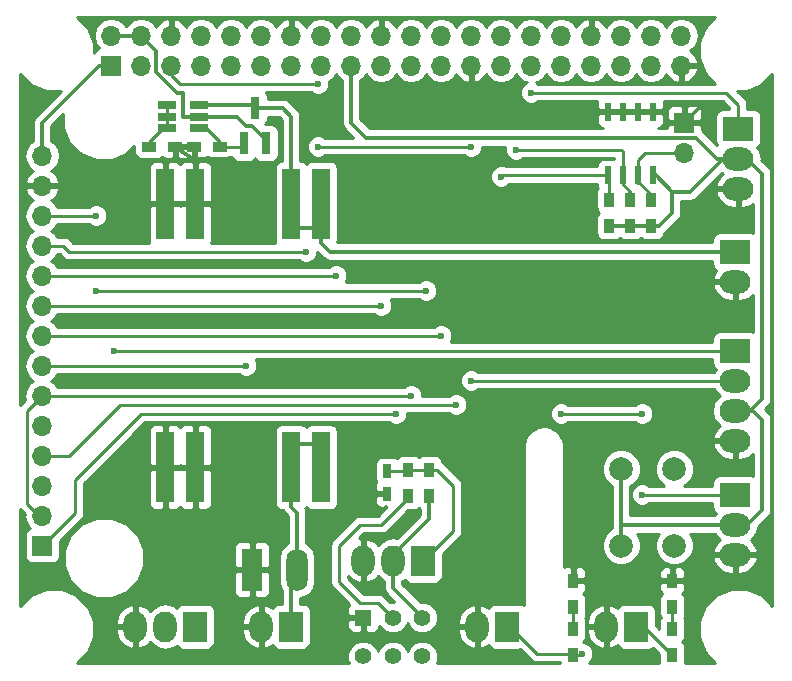
<source format=gtl>
G04 #@! TF.FileFunction,Copper,L1,Top,Signal*
%FSLAX46Y46*%
G04 Gerber Fmt 4.6, Leading zero omitted, Abs format (unit mm)*
G04 Created by KiCad (PCBNEW 4.0.7-e2-6376~58~ubuntu16.04.1) date Mon Mar 19 23:41:14 2018*
%MOMM*%
%LPD*%
G01*
G04 APERTURE LIST*
%ADD10C,0.100000*%
%ADD11R,1.524000X6.000000*%
%ADD12R,0.750000X1.200000*%
%ADD13R,0.900000X1.200000*%
%ADD14R,2.600000X2.000000*%
%ADD15O,2.600000X2.000000*%
%ADD16R,2.000000X2.600000*%
%ADD17O,2.000000X2.600000*%
%ADD18R,1.727200X1.727200*%
%ADD19O,1.700000X1.700000*%
%ADD20R,1.700000X1.700000*%
%ADD21R,1.400000X1.400000*%
%ADD22C,1.400000*%
%ADD23R,0.600000X1.550000*%
%ADD24R,1.800000X3.600000*%
%ADD25O,1.800000X3.600000*%
%ADD26R,1.560000X0.650000*%
%ADD27R,1.200000X0.900000*%
%ADD28R,0.800000X1.900000*%
%ADD29C,2.000000*%
%ADD30C,0.600000*%
%ADD31C,0.250000*%
%ADD32C,0.300000*%
%ADD33C,0.152400*%
%ADD34C,0.254000*%
G04 APERTURE END LIST*
D10*
D11*
X130302000Y-105886000D03*
X138430000Y-83598000D03*
X130302000Y-83598000D03*
X127762000Y-105886000D03*
X138430000Y-105886000D03*
X140970000Y-105886000D03*
X140970000Y-83598000D03*
X127762000Y-83598000D03*
D12*
X146558000Y-106238000D03*
X146558000Y-108138000D03*
D13*
X162306000Y-119550000D03*
X162306000Y-121750000D03*
X170688000Y-119550000D03*
X170688000Y-121750000D03*
D14*
X176276000Y-77216000D03*
D15*
X176276000Y-79756000D03*
X176276000Y-82296000D03*
D16*
X156718000Y-119380000D03*
D17*
X154178000Y-119380000D03*
D16*
X167640000Y-119380000D03*
D17*
X165100000Y-119380000D03*
D16*
X149606000Y-113792000D03*
D17*
X147066000Y-113792000D03*
X144526000Y-113792000D03*
D16*
X130302000Y-119380000D03*
D17*
X127762000Y-119380000D03*
X125222000Y-119380000D03*
D18*
X123188200Y-71881500D03*
D19*
X123188200Y-69341500D03*
X125728200Y-71881500D03*
X125728200Y-69341500D03*
X128268200Y-71881500D03*
X128268200Y-69341500D03*
X130808200Y-71881500D03*
X130808200Y-69341500D03*
X133348200Y-71881500D03*
X133348200Y-69341500D03*
X135888200Y-71881500D03*
X135888200Y-69341500D03*
X138428200Y-71881500D03*
X138428200Y-69341500D03*
X140968200Y-71881500D03*
X140968200Y-69341500D03*
X143508200Y-71881500D03*
X143508200Y-69341500D03*
X146048200Y-71881500D03*
X146048200Y-69341500D03*
X148588200Y-71881500D03*
X148588200Y-69341500D03*
X151128200Y-71881500D03*
X151128200Y-69341500D03*
X153668200Y-71881500D03*
X153668200Y-69341500D03*
X156208200Y-71881500D03*
X156208200Y-69341500D03*
X158748200Y-71881500D03*
X158748200Y-69341500D03*
X161288200Y-71881500D03*
X161288200Y-69341500D03*
X163828200Y-71881500D03*
X163828200Y-69341500D03*
X166368200Y-71881500D03*
X166368200Y-69341500D03*
X168908200Y-71881500D03*
X168908200Y-69341500D03*
X171448200Y-71881500D03*
X171448200Y-69341500D03*
D14*
X176022000Y-96012000D03*
D15*
X176022000Y-98552000D03*
X176022000Y-101092000D03*
X176022000Y-103632000D03*
D14*
X176022000Y-87630000D03*
D15*
X176022000Y-90170000D03*
D20*
X171704000Y-76708000D03*
D19*
X171704000Y-79248000D03*
D13*
X162306000Y-115486000D03*
X162306000Y-117686000D03*
X170688000Y-115486000D03*
X170688000Y-117686000D03*
X148336000Y-108288000D03*
X148336000Y-106088000D03*
X150114000Y-108288000D03*
X150114000Y-106088000D03*
X168910000Y-85428000D03*
X168910000Y-83228000D03*
X165354000Y-85428000D03*
X165354000Y-83228000D03*
X167132000Y-85428000D03*
X167132000Y-83228000D03*
D21*
X144526000Y-118618000D03*
D22*
X147026000Y-118618000D03*
X149526000Y-118618000D03*
X144526000Y-121918000D03*
X147026000Y-121918000D03*
X149526000Y-121918000D03*
D23*
X169037000Y-75786000D03*
X167767000Y-75786000D03*
X166497000Y-75786000D03*
X165227000Y-75786000D03*
X165227000Y-81186000D03*
X166497000Y-81186000D03*
X167767000Y-81186000D03*
X169037000Y-81186000D03*
D16*
X138430000Y-119380000D03*
D17*
X135890000Y-119380000D03*
D14*
X176022000Y-108204000D03*
D15*
X176022000Y-110744000D03*
X176022000Y-113284000D03*
D24*
X135128000Y-114554000D03*
D25*
X138938000Y-114554000D03*
D20*
X117348000Y-112522000D03*
D19*
X117348000Y-109982000D03*
X117348000Y-107442000D03*
X117348000Y-104902000D03*
X117348000Y-102362000D03*
X117348000Y-99822000D03*
X117348000Y-97282000D03*
X117348000Y-94742000D03*
X117348000Y-92202000D03*
X117348000Y-89662000D03*
X117348000Y-87122000D03*
X117348000Y-84582000D03*
X117348000Y-82042000D03*
X117348000Y-79502000D03*
D26*
X127936000Y-75250000D03*
X127936000Y-76200000D03*
X127936000Y-77150000D03*
X130636000Y-77150000D03*
X130636000Y-75250000D03*
X130636000Y-76200000D03*
D27*
X126408000Y-78740000D03*
X128608000Y-78740000D03*
X132418000Y-78740000D03*
X130218000Y-78740000D03*
D28*
X134432000Y-78462000D03*
X136332000Y-78462000D03*
X135382000Y-75462000D03*
D29*
X170870000Y-112522000D03*
X166370000Y-112522000D03*
X170870000Y-106022000D03*
X166370000Y-106022000D03*
D30*
X173228000Y-75184000D03*
X133350000Y-79756000D03*
X163068000Y-121666000D03*
X158750000Y-74168000D03*
X168148000Y-108204000D03*
X168148000Y-101346000D03*
X161290000Y-101346000D03*
X123444000Y-96012000D03*
X153670000Y-98552000D03*
X153670000Y-78740000D03*
X140716000Y-78740000D03*
X140716000Y-73406000D03*
X134620000Y-97282000D03*
X139700000Y-87630000D03*
X142240000Y-89662000D03*
X146050000Y-92202000D03*
X148590000Y-99822000D03*
X147320000Y-101346000D03*
X151130000Y-94742000D03*
X149860000Y-90932000D03*
X121920000Y-90932000D03*
X121920000Y-84582000D03*
X152400000Y-100584000D03*
X156210000Y-81280000D03*
X157480000Y-78994000D03*
D31*
X150114000Y-106088000D02*
X150792000Y-106088000D01*
X152146000Y-111252000D02*
X149606000Y-113792000D01*
X152146000Y-107442000D02*
X152146000Y-111252000D01*
X150792000Y-106088000D02*
X152146000Y-107442000D01*
X150114000Y-106088000D02*
X148336000Y-106088000D01*
X146558000Y-106238000D02*
X148186000Y-106238000D01*
X148186000Y-106238000D02*
X148336000Y-106088000D01*
D32*
X128608000Y-78740000D02*
X130218000Y-78740000D01*
X171704000Y-76708000D02*
X173228000Y-75184000D01*
X129878000Y-79586000D02*
X128608000Y-78740000D01*
X130048000Y-79756000D02*
X129878000Y-79586000D01*
X133350000Y-79756000D02*
X130048000Y-79756000D01*
D31*
X162306000Y-117686000D02*
X162306000Y-119550000D01*
X163068000Y-121666000D02*
X162984000Y-121750000D01*
X162984000Y-121750000D02*
X162306000Y-121750000D01*
X156718000Y-119380000D02*
X156972000Y-119380000D01*
X156972000Y-119380000D02*
X159258000Y-121666000D01*
X159258000Y-121666000D02*
X162222000Y-121666000D01*
X162222000Y-121666000D02*
X162306000Y-121750000D01*
X170688000Y-119550000D02*
X170688000Y-117686000D01*
X167640000Y-119380000D02*
X168318000Y-119380000D01*
X168318000Y-119380000D02*
X170688000Y-121750000D01*
D32*
X166370000Y-112522000D02*
X166370000Y-106022000D01*
X176022000Y-110744000D02*
X166370000Y-110744000D01*
X166370000Y-110744000D02*
X166370000Y-112522000D01*
X176022000Y-101092000D02*
X177546000Y-101092000D01*
X178308000Y-109474000D02*
X177038000Y-110744000D01*
X178308000Y-101854000D02*
X178308000Y-109474000D01*
X177546000Y-101092000D02*
X178308000Y-101854000D01*
X177038000Y-110744000D02*
X176022000Y-110744000D01*
X147066000Y-113792000D02*
X147066000Y-116078000D01*
X147066000Y-116078000D02*
X149526000Y-118538000D01*
X149526000Y-118538000D02*
X149526000Y-118618000D01*
X150114000Y-108288000D02*
X150114000Y-110236000D01*
X150114000Y-110236000D02*
X147066000Y-113284000D01*
X147066000Y-113284000D02*
X147066000Y-113792000D01*
X176276000Y-79756000D02*
X177038000Y-79756000D01*
X177038000Y-79756000D02*
X178308000Y-81026000D01*
X178308000Y-100076000D02*
X177292000Y-101092000D01*
X178308000Y-81026000D02*
X178308000Y-100076000D01*
X177292000Y-101092000D02*
X176022000Y-101092000D01*
X176276000Y-79756000D02*
X175006000Y-79756000D01*
X175006000Y-79756000D02*
X172212000Y-82550000D01*
X172212000Y-82550000D02*
X170688000Y-82550000D01*
X170688000Y-82550000D02*
X169324000Y-81186000D01*
X169324000Y-81186000D02*
X169037000Y-81186000D01*
X168910000Y-85428000D02*
X169588000Y-85428000D01*
X170688000Y-82550000D02*
X169324000Y-81186000D01*
X170688000Y-84328000D02*
X170688000Y-82550000D01*
X169588000Y-85428000D02*
X170688000Y-84328000D01*
X169324000Y-81186000D02*
X169037000Y-81186000D01*
X167132000Y-85428000D02*
X165354000Y-85428000D01*
X168910000Y-85428000D02*
X167132000Y-85428000D01*
X176276000Y-79756000D02*
X174498000Y-79756000D01*
X143508200Y-76706200D02*
X143508200Y-71881500D01*
X144780000Y-77978000D02*
X143508200Y-76706200D01*
X172720000Y-77978000D02*
X144780000Y-77978000D01*
X174498000Y-79756000D02*
X172720000Y-77978000D01*
X123188200Y-71881500D02*
X122174500Y-71881500D01*
X117348000Y-76708000D02*
X117348000Y-79502000D01*
X122174500Y-71881500D02*
X117348000Y-76708000D01*
D33*
X168910000Y-85428000D02*
X169080000Y-85428000D01*
D31*
X123188200Y-71881500D02*
X122883200Y-71881500D01*
X176276000Y-75184000D02*
X176276000Y-77216000D01*
X175260000Y-74168000D02*
X176276000Y-75184000D01*
X158750000Y-74168000D02*
X175260000Y-74168000D01*
X168148000Y-108204000D02*
X176022000Y-108204000D01*
X161290000Y-101346000D02*
X168148000Y-101346000D01*
X123444000Y-96012000D02*
X176022000Y-96012000D01*
X128268200Y-71881500D02*
X128268200Y-72642200D01*
X128268200Y-72642200D02*
X129032000Y-73406000D01*
X153670000Y-98552000D02*
X176022000Y-98552000D01*
X140716000Y-78740000D02*
X153670000Y-78740000D01*
X129032000Y-73406000D02*
X140716000Y-73406000D01*
D33*
X128268200Y-71881500D02*
X128268200Y-72388200D01*
D31*
X134620000Y-97282000D02*
X117348000Y-97282000D01*
X117348000Y-87122000D02*
X119126000Y-87122000D01*
X119634000Y-87630000D02*
X139700000Y-87630000D01*
X119126000Y-87122000D02*
X119634000Y-87630000D01*
X142240000Y-89662000D02*
X117348000Y-89662000D01*
X145796000Y-92202000D02*
X117348000Y-92202000D01*
X146050000Y-92202000D02*
X145796000Y-92202000D01*
X117348000Y-99822000D02*
X116078000Y-101092000D01*
X116078000Y-108966000D02*
X117094000Y-109982000D01*
X116078000Y-101092000D02*
X116078000Y-108966000D01*
X117094000Y-109982000D02*
X117348000Y-109982000D01*
X148590000Y-99822000D02*
X117348000Y-99822000D01*
X120142000Y-109728000D02*
X117348000Y-112522000D01*
X120142000Y-106934000D02*
X120142000Y-109728000D01*
X125730000Y-101346000D02*
X120142000Y-106934000D01*
X147320000Y-101346000D02*
X125730000Y-101346000D01*
X150622000Y-94742000D02*
X117348000Y-94742000D01*
X151130000Y-94742000D02*
X150622000Y-94742000D01*
X117348000Y-84582000D02*
X121920000Y-84582000D01*
X121920000Y-90932000D02*
X149860000Y-90932000D01*
X119634000Y-104902000D02*
X117348000Y-104902000D01*
X123952000Y-100584000D02*
X119634000Y-104902000D01*
X152400000Y-100584000D02*
X123952000Y-100584000D01*
X156304000Y-81186000D02*
X165227000Y-81186000D01*
X156210000Y-81280000D02*
X156304000Y-81186000D01*
X165354000Y-83228000D02*
X165354000Y-81313000D01*
X165354000Y-81313000D02*
X165227000Y-81186000D01*
D33*
X165227000Y-83101000D02*
X165354000Y-83228000D01*
D31*
X157480000Y-78994000D02*
X166370000Y-78994000D01*
X166370000Y-78994000D02*
X166497000Y-79121000D01*
X166497000Y-79121000D02*
X166497000Y-81186000D01*
X167132000Y-83228000D02*
X167132000Y-82550000D01*
X167132000Y-82550000D02*
X166497000Y-81915000D01*
X166497000Y-81915000D02*
X166497000Y-81186000D01*
D33*
X166497000Y-81186000D02*
X166497000Y-81915000D01*
D31*
X167767000Y-81186000D02*
X167767000Y-79883000D01*
X168402000Y-79248000D02*
X171704000Y-79248000D01*
X167767000Y-79883000D02*
X168402000Y-79248000D01*
X168910000Y-83228000D02*
X168910000Y-82804000D01*
X168910000Y-82804000D02*
X167767000Y-81661000D01*
X167767000Y-81661000D02*
X167767000Y-81186000D01*
D33*
X167767000Y-81186000D02*
X167767000Y-81915000D01*
X168910000Y-83058000D02*
X168910000Y-83228000D01*
X168910000Y-83228000D02*
X168889500Y-83228000D01*
D31*
X148336000Y-108288000D02*
X148336000Y-108458000D01*
X148336000Y-108458000D02*
X146050000Y-110744000D01*
X146050000Y-110744000D02*
X144272000Y-110744000D01*
X144272000Y-110744000D02*
X142494000Y-112522000D01*
X142494000Y-112522000D02*
X142494000Y-115570000D01*
X142494000Y-115570000D02*
X144272000Y-117348000D01*
X144272000Y-117348000D02*
X145756000Y-117348000D01*
X145756000Y-117348000D02*
X147026000Y-118618000D01*
D32*
X138938000Y-114554000D02*
X138938000Y-109728000D01*
X138430000Y-109220000D02*
X138430000Y-103886000D01*
X138938000Y-109728000D02*
X138430000Y-109220000D01*
X138430000Y-103886000D02*
X140970000Y-103886000D01*
X138430000Y-119380000D02*
X138430000Y-115062000D01*
X138430000Y-115062000D02*
X138938000Y-114554000D01*
D33*
X138800800Y-114416800D02*
X138938000Y-114554000D01*
X138430000Y-115062000D02*
X138938000Y-114554000D01*
D32*
X130636000Y-76200000D02*
X133858000Y-76200000D01*
X135128000Y-76962000D02*
X136332000Y-78166000D01*
X134620000Y-76962000D02*
X135128000Y-76962000D01*
X133858000Y-76200000D02*
X134620000Y-76962000D01*
X136332000Y-78166000D02*
X136332000Y-78462000D01*
X125728200Y-69341500D02*
X125729500Y-69341500D01*
X125729500Y-69341500D02*
X127000000Y-70612000D01*
X129286000Y-76200000D02*
X130636000Y-76200000D01*
X129286000Y-74168000D02*
X129286000Y-76200000D01*
X128778000Y-74168000D02*
X129286000Y-74168000D01*
X127000000Y-72390000D02*
X128778000Y-74168000D01*
X127000000Y-70612000D02*
X127000000Y-72390000D01*
X123188200Y-69341500D02*
X125728200Y-69341500D01*
X135382000Y-75462000D02*
X137692000Y-75462000D01*
X138430000Y-76200000D02*
X138430000Y-85598000D01*
X137692000Y-75462000D02*
X138430000Y-76200000D01*
X130636000Y-75250000D02*
X135170000Y-75250000D01*
X135170000Y-75250000D02*
X135382000Y-75462000D01*
X176022000Y-87630000D02*
X141732000Y-87630000D01*
X140970000Y-86868000D02*
X140970000Y-85598000D01*
X141732000Y-87630000D02*
X140970000Y-86868000D01*
X138430000Y-85598000D02*
X140970000Y-85598000D01*
D33*
X176022000Y-87630000D02*
X174752000Y-87630000D01*
D31*
X127936000Y-77150000D02*
X127574000Y-77150000D01*
X127574000Y-77150000D02*
X126408000Y-78316000D01*
X126408000Y-78316000D02*
X126408000Y-78740000D01*
X127936000Y-76200000D02*
X127936000Y-75250000D01*
X127936000Y-77150000D02*
X127936000Y-76200000D01*
X132418000Y-78740000D02*
X134154000Y-78740000D01*
X134154000Y-78740000D02*
X134432000Y-78462000D01*
X130636000Y-77150000D02*
X131252000Y-77150000D01*
X131252000Y-77150000D02*
X132418000Y-78316000D01*
X132418000Y-78316000D02*
X132418000Y-78740000D01*
D34*
G36*
X179133200Y-117616058D02*
X178247794Y-116729107D01*
X176997868Y-116210092D01*
X175644469Y-116208911D01*
X174393639Y-116725743D01*
X173435807Y-117681906D01*
X172916792Y-118931832D01*
X172915611Y-120285231D01*
X173432443Y-121536061D01*
X174321330Y-122426500D01*
X171769948Y-122426500D01*
X171785440Y-122350000D01*
X171785440Y-121150000D01*
X171741162Y-120914683D01*
X171602090Y-120698559D01*
X171532289Y-120650866D01*
X171589441Y-120614090D01*
X171734431Y-120401890D01*
X171785440Y-120150000D01*
X171785440Y-118950000D01*
X171741162Y-118714683D01*
X171679310Y-118618562D01*
X171734431Y-118537890D01*
X171785440Y-118286000D01*
X171785440Y-117086000D01*
X171741162Y-116850683D01*
X171602090Y-116634559D01*
X171533994Y-116588031D01*
X171676327Y-116445698D01*
X171773000Y-116212309D01*
X171773000Y-115771750D01*
X171614250Y-115613000D01*
X170815000Y-115613000D01*
X170815000Y-115633000D01*
X170561000Y-115633000D01*
X170561000Y-115613000D01*
X169761750Y-115613000D01*
X169603000Y-115771750D01*
X169603000Y-116212309D01*
X169699673Y-116445698D01*
X169840910Y-116586936D01*
X169786559Y-116621910D01*
X169641569Y-116834110D01*
X169590560Y-117086000D01*
X169590560Y-118286000D01*
X169634838Y-118521317D01*
X169696690Y-118617438D01*
X169641569Y-118698110D01*
X169590560Y-118950000D01*
X169590560Y-119577758D01*
X169287440Y-119274638D01*
X169287440Y-118080000D01*
X169243162Y-117844683D01*
X169104090Y-117628559D01*
X168891890Y-117483569D01*
X168640000Y-117432560D01*
X166640000Y-117432560D01*
X166404683Y-117476838D01*
X166188559Y-117615910D01*
X166074651Y-117782620D01*
X165608355Y-117520856D01*
X165480434Y-117489876D01*
X165227000Y-117609223D01*
X165227000Y-119253000D01*
X165247000Y-119253000D01*
X165247000Y-119507000D01*
X165227000Y-119507000D01*
X165227000Y-121150777D01*
X165480434Y-121270124D01*
X165608355Y-121239144D01*
X166076211Y-120976505D01*
X166175910Y-121131441D01*
X166388110Y-121276431D01*
X166640000Y-121327440D01*
X168640000Y-121327440D01*
X168875317Y-121283162D01*
X169040237Y-121177039D01*
X169590560Y-121727362D01*
X169590560Y-122350000D01*
X169604954Y-122426500D01*
X163629617Y-122426500D01*
X163860192Y-122196327D01*
X164002838Y-121852799D01*
X164003162Y-121480833D01*
X163861117Y-121137057D01*
X163598327Y-120873808D01*
X163254799Y-120731162D01*
X163241062Y-120731150D01*
X163220090Y-120698559D01*
X163150289Y-120650866D01*
X163207441Y-120614090D01*
X163352431Y-120401890D01*
X163403440Y-120150000D01*
X163403440Y-119507000D01*
X163465000Y-119507000D01*
X163465000Y-119807000D01*
X163638058Y-120423020D01*
X164033683Y-120925922D01*
X164591645Y-121239144D01*
X164719566Y-121270124D01*
X164973000Y-121150777D01*
X164973000Y-119507000D01*
X163465000Y-119507000D01*
X163403440Y-119507000D01*
X163403440Y-118953000D01*
X163465000Y-118953000D01*
X163465000Y-119253000D01*
X164973000Y-119253000D01*
X164973000Y-117609223D01*
X164719566Y-117489876D01*
X164591645Y-117520856D01*
X164033683Y-117834078D01*
X163638058Y-118336980D01*
X163465000Y-118953000D01*
X163403440Y-118953000D01*
X163403440Y-118950000D01*
X163359162Y-118714683D01*
X163297310Y-118618562D01*
X163352431Y-118537890D01*
X163403440Y-118286000D01*
X163403440Y-117086000D01*
X163359162Y-116850683D01*
X163220090Y-116634559D01*
X163151994Y-116588031D01*
X163294327Y-116445698D01*
X163391000Y-116212309D01*
X163391000Y-115771750D01*
X163232250Y-115613000D01*
X162433000Y-115613000D01*
X162433000Y-115633000D01*
X162179000Y-115633000D01*
X162179000Y-115613000D01*
X162159000Y-115613000D01*
X162159000Y-115359000D01*
X162179000Y-115359000D01*
X162179000Y-114409750D01*
X162433000Y-114409750D01*
X162433000Y-115359000D01*
X163232250Y-115359000D01*
X163391000Y-115200250D01*
X163391000Y-114759691D01*
X169603000Y-114759691D01*
X169603000Y-115200250D01*
X169761750Y-115359000D01*
X170561000Y-115359000D01*
X170561000Y-114409750D01*
X170815000Y-114409750D01*
X170815000Y-115359000D01*
X171614250Y-115359000D01*
X171773000Y-115200250D01*
X171773000Y-114759691D01*
X171676327Y-114526302D01*
X171497699Y-114347673D01*
X171264310Y-114251000D01*
X170973750Y-114251000D01*
X170815000Y-114409750D01*
X170561000Y-114409750D01*
X170402250Y-114251000D01*
X170111690Y-114251000D01*
X169878301Y-114347673D01*
X169699673Y-114526302D01*
X169603000Y-114759691D01*
X163391000Y-114759691D01*
X163294327Y-114526302D01*
X163115699Y-114347673D01*
X162882310Y-114251000D01*
X162591750Y-114251000D01*
X162433000Y-114409750D01*
X162179000Y-114409750D01*
X162020250Y-114251000D01*
X161729690Y-114251000D01*
X161503200Y-114344815D01*
X161503200Y-104111500D01*
X161490038Y-104045330D01*
X161490038Y-104012434D01*
X174131876Y-104012434D01*
X174162856Y-104140355D01*
X174476078Y-104698317D01*
X174978980Y-105093942D01*
X175595000Y-105267000D01*
X175895000Y-105267000D01*
X175895000Y-103759000D01*
X174251223Y-103759000D01*
X174131876Y-104012434D01*
X161490038Y-104012434D01*
X161490038Y-103977864D01*
X161413918Y-103595181D01*
X161311637Y-103348252D01*
X161311637Y-103348251D01*
X161094864Y-103023828D01*
X160905872Y-102834836D01*
X160581448Y-102618063D01*
X160543979Y-102602543D01*
X160334519Y-102515782D01*
X159951836Y-102439662D01*
X159818200Y-102439662D01*
X159301881Y-102515782D01*
X159181409Y-102565683D01*
X159054951Y-102618063D01*
X158730528Y-102834836D01*
X158541536Y-103023828D01*
X158324764Y-103348251D01*
X158324763Y-103348252D01*
X158222482Y-103595181D01*
X158146362Y-103977864D01*
X158146362Y-104045330D01*
X158133200Y-104111500D01*
X158133200Y-117595154D01*
X157969890Y-117483569D01*
X157718000Y-117432560D01*
X155718000Y-117432560D01*
X155482683Y-117476838D01*
X155266559Y-117615910D01*
X155152651Y-117782620D01*
X154686355Y-117520856D01*
X154558434Y-117489876D01*
X154305000Y-117609223D01*
X154305000Y-119253000D01*
X154325000Y-119253000D01*
X154325000Y-119507000D01*
X154305000Y-119507000D01*
X154305000Y-121150777D01*
X154558434Y-121270124D01*
X154686355Y-121239144D01*
X155154211Y-120976505D01*
X155253910Y-121131441D01*
X155466110Y-121276431D01*
X155718000Y-121327440D01*
X157718000Y-121327440D01*
X157824583Y-121307385D01*
X158720599Y-122203401D01*
X158967160Y-122368148D01*
X159258000Y-122426000D01*
X161222860Y-122426000D01*
X161222954Y-122426500D01*
X150760369Y-122426500D01*
X150860768Y-122184713D01*
X150861231Y-121653617D01*
X150658418Y-121162771D01*
X150283204Y-120786902D01*
X149792713Y-120583232D01*
X149261617Y-120582769D01*
X148770771Y-120785582D01*
X148394902Y-121160796D01*
X148275959Y-121447242D01*
X148158418Y-121162771D01*
X147783204Y-120786902D01*
X147292713Y-120583232D01*
X146761617Y-120582769D01*
X146270771Y-120785582D01*
X145894902Y-121160796D01*
X145775959Y-121447242D01*
X145658418Y-121162771D01*
X145283204Y-120786902D01*
X144792713Y-120583232D01*
X144261617Y-120582769D01*
X143770771Y-120785582D01*
X143394902Y-121160796D01*
X143191232Y-121651287D01*
X143190769Y-122182383D01*
X143291636Y-122426500D01*
X120313642Y-122426500D01*
X121200593Y-121541094D01*
X121719608Y-120291168D01*
X121720292Y-119507000D01*
X123587000Y-119507000D01*
X123587000Y-119807000D01*
X123760058Y-120423020D01*
X124155683Y-120925922D01*
X124713645Y-121239144D01*
X124841566Y-121270124D01*
X125095000Y-121150777D01*
X125095000Y-119507000D01*
X123587000Y-119507000D01*
X121720292Y-119507000D01*
X121720775Y-118953000D01*
X123587000Y-118953000D01*
X123587000Y-119253000D01*
X125095000Y-119253000D01*
X125095000Y-117609223D01*
X125349000Y-117609223D01*
X125349000Y-119253000D01*
X125369000Y-119253000D01*
X125369000Y-119507000D01*
X125349000Y-119507000D01*
X125349000Y-121150777D01*
X125602434Y-121270124D01*
X125730355Y-121239144D01*
X126288317Y-120925922D01*
X126478781Y-120683812D01*
X126605880Y-120874029D01*
X127136313Y-121228452D01*
X127762000Y-121352909D01*
X128387687Y-121228452D01*
X128746192Y-120988907D01*
X128837910Y-121131441D01*
X129050110Y-121276431D01*
X129302000Y-121327440D01*
X131302000Y-121327440D01*
X131537317Y-121283162D01*
X131753441Y-121144090D01*
X131898431Y-120931890D01*
X131949440Y-120680000D01*
X131949440Y-119507000D01*
X134255000Y-119507000D01*
X134255000Y-119807000D01*
X134428058Y-120423020D01*
X134823683Y-120925922D01*
X135381645Y-121239144D01*
X135509566Y-121270124D01*
X135763000Y-121150777D01*
X135763000Y-119507000D01*
X134255000Y-119507000D01*
X131949440Y-119507000D01*
X131949440Y-118953000D01*
X134255000Y-118953000D01*
X134255000Y-119253000D01*
X135763000Y-119253000D01*
X135763000Y-117609223D01*
X136017000Y-117609223D01*
X136017000Y-119253000D01*
X136037000Y-119253000D01*
X136037000Y-119507000D01*
X136017000Y-119507000D01*
X136017000Y-121150777D01*
X136270434Y-121270124D01*
X136398355Y-121239144D01*
X136866211Y-120976505D01*
X136965910Y-121131441D01*
X137178110Y-121276431D01*
X137430000Y-121327440D01*
X139430000Y-121327440D01*
X139665317Y-121283162D01*
X139881441Y-121144090D01*
X140026431Y-120931890D01*
X140077440Y-120680000D01*
X140077440Y-118903750D01*
X143191000Y-118903750D01*
X143191000Y-119444310D01*
X143287673Y-119677699D01*
X143466302Y-119856327D01*
X143699691Y-119953000D01*
X144240250Y-119953000D01*
X144399000Y-119794250D01*
X144399000Y-118745000D01*
X143349750Y-118745000D01*
X143191000Y-118903750D01*
X140077440Y-118903750D01*
X140077440Y-118080000D01*
X140033162Y-117844683D01*
X139894090Y-117628559D01*
X139681890Y-117483569D01*
X139430000Y-117432560D01*
X139215000Y-117432560D01*
X139215000Y-116981605D01*
X139525419Y-116919859D01*
X140023409Y-116587113D01*
X140356155Y-116089123D01*
X140473000Y-115501704D01*
X140473000Y-113606296D01*
X140356155Y-113018877D01*
X140024153Y-112522000D01*
X141734000Y-112522000D01*
X141734000Y-115570000D01*
X141791852Y-115860839D01*
X141956599Y-116107401D01*
X143347586Y-117498388D01*
X143287673Y-117558301D01*
X143191000Y-117791690D01*
X143191000Y-118332250D01*
X143349750Y-118491000D01*
X144399000Y-118491000D01*
X144399000Y-118471000D01*
X144653000Y-118471000D01*
X144653000Y-118491000D01*
X144673000Y-118491000D01*
X144673000Y-118745000D01*
X144653000Y-118745000D01*
X144653000Y-119794250D01*
X144811750Y-119953000D01*
X145352309Y-119953000D01*
X145585698Y-119856327D01*
X145764327Y-119677699D01*
X145861000Y-119444310D01*
X145861000Y-119294374D01*
X145893582Y-119373229D01*
X146268796Y-119749098D01*
X146759287Y-119952768D01*
X147290383Y-119953231D01*
X147781229Y-119750418D01*
X148157098Y-119375204D01*
X148276041Y-119088758D01*
X148393582Y-119373229D01*
X148768796Y-119749098D01*
X149259287Y-119952768D01*
X149790383Y-119953231D01*
X150281229Y-119750418D01*
X150525071Y-119507000D01*
X152543000Y-119507000D01*
X152543000Y-119807000D01*
X152716058Y-120423020D01*
X153111683Y-120925922D01*
X153669645Y-121239144D01*
X153797566Y-121270124D01*
X154051000Y-121150777D01*
X154051000Y-119507000D01*
X152543000Y-119507000D01*
X150525071Y-119507000D01*
X150657098Y-119375204D01*
X150832412Y-118953000D01*
X152543000Y-118953000D01*
X152543000Y-119253000D01*
X154051000Y-119253000D01*
X154051000Y-117609223D01*
X153797566Y-117489876D01*
X153669645Y-117520856D01*
X153111683Y-117834078D01*
X152716058Y-118336980D01*
X152543000Y-118953000D01*
X150832412Y-118953000D01*
X150860768Y-118884713D01*
X150861231Y-118353617D01*
X150658418Y-117862771D01*
X150283204Y-117486902D01*
X149792713Y-117283232D01*
X149381031Y-117282873D01*
X147851000Y-115752842D01*
X147851000Y-115534003D01*
X148050192Y-115400907D01*
X148141910Y-115543441D01*
X148354110Y-115688431D01*
X148606000Y-115739440D01*
X150606000Y-115739440D01*
X150841317Y-115695162D01*
X151057441Y-115556090D01*
X151202431Y-115343890D01*
X151253440Y-115092000D01*
X151253440Y-113219362D01*
X152683401Y-111789401D01*
X152848148Y-111542840D01*
X152869264Y-111436683D01*
X152906000Y-111252000D01*
X152906000Y-107442000D01*
X152848148Y-107151161D01*
X152683401Y-106904599D01*
X151329401Y-105550599D01*
X151207949Y-105469448D01*
X151167162Y-105252683D01*
X151028090Y-105036559D01*
X150815890Y-104891569D01*
X150564000Y-104840560D01*
X149664000Y-104840560D01*
X149428683Y-104884838D01*
X149222353Y-105017607D01*
X149037890Y-104891569D01*
X148786000Y-104840560D01*
X147886000Y-104840560D01*
X147650683Y-104884838D01*
X147434559Y-105023910D01*
X147346871Y-105152246D01*
X147184890Y-105041569D01*
X146933000Y-104990560D01*
X146183000Y-104990560D01*
X145947683Y-105034838D01*
X145731559Y-105173910D01*
X145586569Y-105386110D01*
X145535560Y-105638000D01*
X145535560Y-106838000D01*
X145579838Y-107073317D01*
X145646329Y-107176646D01*
X145644673Y-107178302D01*
X145548000Y-107411691D01*
X145548000Y-107852250D01*
X145706750Y-108011000D01*
X146431000Y-108011000D01*
X146431000Y-107991000D01*
X146685000Y-107991000D01*
X146685000Y-108011000D01*
X146705000Y-108011000D01*
X146705000Y-108265000D01*
X146685000Y-108265000D01*
X146685000Y-108285000D01*
X146431000Y-108285000D01*
X146431000Y-108265000D01*
X145706750Y-108265000D01*
X145548000Y-108423750D01*
X145548000Y-108864309D01*
X145644673Y-109097698D01*
X145823301Y-109276327D01*
X146056690Y-109373000D01*
X146272250Y-109373000D01*
X146430998Y-109214252D01*
X146430998Y-109288200D01*
X145735198Y-109984000D01*
X144272000Y-109984000D01*
X143981161Y-110041852D01*
X143734599Y-110206599D01*
X141956599Y-111984599D01*
X141791852Y-112231161D01*
X141734000Y-112522000D01*
X140024153Y-112522000D01*
X140023409Y-112520887D01*
X139723000Y-112320160D01*
X139723000Y-109728000D01*
X139663245Y-109427594D01*
X139621075Y-109364482D01*
X139643441Y-109350090D01*
X139699374Y-109268230D01*
X139743910Y-109337441D01*
X139956110Y-109482431D01*
X140208000Y-109533440D01*
X141732000Y-109533440D01*
X141967317Y-109489162D01*
X142183441Y-109350090D01*
X142328431Y-109137890D01*
X142379440Y-108886000D01*
X142379440Y-102886000D01*
X142335162Y-102650683D01*
X142196090Y-102434559D01*
X141983890Y-102289569D01*
X141732000Y-102238560D01*
X140208000Y-102238560D01*
X139972683Y-102282838D01*
X139756559Y-102421910D01*
X139700626Y-102503770D01*
X139656090Y-102434559D01*
X139443890Y-102289569D01*
X139192000Y-102238560D01*
X137668000Y-102238560D01*
X137432683Y-102282838D01*
X137216559Y-102421910D01*
X137071569Y-102634110D01*
X137020560Y-102886000D01*
X137020560Y-108886000D01*
X137064838Y-109121317D01*
X137203910Y-109337441D01*
X137416110Y-109482431D01*
X137668000Y-109533440D01*
X137713463Y-109533440D01*
X137874921Y-109775079D01*
X138153000Y-110053157D01*
X138153000Y-112320160D01*
X137852591Y-112520887D01*
X137519845Y-113018877D01*
X137403000Y-113606296D01*
X137403000Y-115501704D01*
X137519845Y-116089123D01*
X137645000Y-116276431D01*
X137645000Y-117432560D01*
X137430000Y-117432560D01*
X137194683Y-117476838D01*
X136978559Y-117615910D01*
X136864651Y-117782620D01*
X136398355Y-117520856D01*
X136270434Y-117489876D01*
X136017000Y-117609223D01*
X135763000Y-117609223D01*
X135509566Y-117489876D01*
X135381645Y-117520856D01*
X134823683Y-117834078D01*
X134428058Y-118336980D01*
X134255000Y-118953000D01*
X131949440Y-118953000D01*
X131949440Y-118080000D01*
X131905162Y-117844683D01*
X131766090Y-117628559D01*
X131553890Y-117483569D01*
X131302000Y-117432560D01*
X129302000Y-117432560D01*
X129066683Y-117476838D01*
X128850559Y-117615910D01*
X128745049Y-117770329D01*
X128387687Y-117531548D01*
X127762000Y-117407091D01*
X127136313Y-117531548D01*
X126605880Y-117885971D01*
X126478781Y-118076188D01*
X126288317Y-117834078D01*
X125730355Y-117520856D01*
X125602434Y-117489876D01*
X125349000Y-117609223D01*
X125095000Y-117609223D01*
X124841566Y-117489876D01*
X124713645Y-117520856D01*
X124155683Y-117834078D01*
X123760058Y-118336980D01*
X123587000Y-118953000D01*
X121720775Y-118953000D01*
X121720789Y-118937769D01*
X121203957Y-117686939D01*
X120247794Y-116729107D01*
X118997868Y-116210092D01*
X117644469Y-116208911D01*
X116393639Y-116725743D01*
X115503200Y-117614630D01*
X115503200Y-114262531D01*
X119167651Y-114262531D01*
X119684483Y-115513361D01*
X120640646Y-116471193D01*
X121890572Y-116990208D01*
X123243971Y-116991389D01*
X124494801Y-116474557D01*
X125452633Y-115518394D01*
X125734430Y-114839750D01*
X133593000Y-114839750D01*
X133593000Y-116480310D01*
X133689673Y-116713699D01*
X133868302Y-116892327D01*
X134101691Y-116989000D01*
X134842250Y-116989000D01*
X135001000Y-116830250D01*
X135001000Y-114681000D01*
X135255000Y-114681000D01*
X135255000Y-116830250D01*
X135413750Y-116989000D01*
X136154309Y-116989000D01*
X136387698Y-116892327D01*
X136566327Y-116713699D01*
X136663000Y-116480310D01*
X136663000Y-114839750D01*
X136504250Y-114681000D01*
X135255000Y-114681000D01*
X135001000Y-114681000D01*
X133751750Y-114681000D01*
X133593000Y-114839750D01*
X125734430Y-114839750D01*
X125971648Y-114268468D01*
X125972829Y-112915069D01*
X125854087Y-112627690D01*
X133593000Y-112627690D01*
X133593000Y-114268250D01*
X133751750Y-114427000D01*
X135001000Y-114427000D01*
X135001000Y-112277750D01*
X135255000Y-112277750D01*
X135255000Y-114427000D01*
X136504250Y-114427000D01*
X136663000Y-114268250D01*
X136663000Y-112627690D01*
X136566327Y-112394301D01*
X136387698Y-112215673D01*
X136154309Y-112119000D01*
X135413750Y-112119000D01*
X135255000Y-112277750D01*
X135001000Y-112277750D01*
X134842250Y-112119000D01*
X134101691Y-112119000D01*
X133868302Y-112215673D01*
X133689673Y-112394301D01*
X133593000Y-112627690D01*
X125854087Y-112627690D01*
X125455997Y-111664239D01*
X124499834Y-110706407D01*
X123249908Y-110187392D01*
X121896509Y-110186211D01*
X120645679Y-110703043D01*
X119687847Y-111659206D01*
X119168832Y-112909132D01*
X119167651Y-114262531D01*
X115503200Y-114262531D01*
X115503200Y-109447429D01*
X115540599Y-109503401D01*
X115864649Y-109827451D01*
X115833907Y-109982000D01*
X115946946Y-110550285D01*
X116268853Y-111032054D01*
X116310452Y-111059850D01*
X116262683Y-111068838D01*
X116046559Y-111207910D01*
X115901569Y-111420110D01*
X115850560Y-111672000D01*
X115850560Y-113372000D01*
X115894838Y-113607317D01*
X116033910Y-113823441D01*
X116246110Y-113968431D01*
X116498000Y-114019440D01*
X118198000Y-114019440D01*
X118433317Y-113975162D01*
X118649441Y-113836090D01*
X118794431Y-113623890D01*
X118845440Y-113372000D01*
X118845440Y-112099362D01*
X120679401Y-110265401D01*
X120844148Y-110018839D01*
X120902000Y-109728000D01*
X120902000Y-107248802D01*
X121979052Y-106171750D01*
X126365000Y-106171750D01*
X126365000Y-109012309D01*
X126461673Y-109245698D01*
X126640301Y-109424327D01*
X126873690Y-109521000D01*
X127476250Y-109521000D01*
X127635000Y-109362250D01*
X127635000Y-106013000D01*
X127889000Y-106013000D01*
X127889000Y-109362250D01*
X128047750Y-109521000D01*
X128650310Y-109521000D01*
X128883699Y-109424327D01*
X129032000Y-109276025D01*
X129180301Y-109424327D01*
X129413690Y-109521000D01*
X130016250Y-109521000D01*
X130175000Y-109362250D01*
X130175000Y-106013000D01*
X130429000Y-106013000D01*
X130429000Y-109362250D01*
X130587750Y-109521000D01*
X131190310Y-109521000D01*
X131423699Y-109424327D01*
X131602327Y-109245698D01*
X131699000Y-109012309D01*
X131699000Y-106171750D01*
X131540250Y-106013000D01*
X130429000Y-106013000D01*
X130175000Y-106013000D01*
X129063750Y-106013000D01*
X129032000Y-106044750D01*
X129000250Y-106013000D01*
X127889000Y-106013000D01*
X127635000Y-106013000D01*
X126523750Y-106013000D01*
X126365000Y-106171750D01*
X121979052Y-106171750D01*
X125391111Y-102759691D01*
X126365000Y-102759691D01*
X126365000Y-105600250D01*
X126523750Y-105759000D01*
X127635000Y-105759000D01*
X127635000Y-102409750D01*
X127889000Y-102409750D01*
X127889000Y-105759000D01*
X129000250Y-105759000D01*
X129032000Y-105727250D01*
X129063750Y-105759000D01*
X130175000Y-105759000D01*
X130175000Y-102409750D01*
X130429000Y-102409750D01*
X130429000Y-105759000D01*
X131540250Y-105759000D01*
X131699000Y-105600250D01*
X131699000Y-102759691D01*
X131602327Y-102526302D01*
X131423699Y-102347673D01*
X131190310Y-102251000D01*
X130587750Y-102251000D01*
X130429000Y-102409750D01*
X130175000Y-102409750D01*
X130016250Y-102251000D01*
X129413690Y-102251000D01*
X129180301Y-102347673D01*
X129032000Y-102495975D01*
X128883699Y-102347673D01*
X128650310Y-102251000D01*
X128047750Y-102251000D01*
X127889000Y-102409750D01*
X127635000Y-102409750D01*
X127476250Y-102251000D01*
X126873690Y-102251000D01*
X126640301Y-102347673D01*
X126461673Y-102526302D01*
X126365000Y-102759691D01*
X125391111Y-102759691D01*
X126044802Y-102106000D01*
X146757537Y-102106000D01*
X146789673Y-102138192D01*
X147133201Y-102280838D01*
X147505167Y-102281162D01*
X147848943Y-102139117D01*
X148112192Y-101876327D01*
X148254838Y-101532799D01*
X148254839Y-101531167D01*
X160354838Y-101531167D01*
X160496883Y-101874943D01*
X160759673Y-102138192D01*
X161103201Y-102280838D01*
X161475167Y-102281162D01*
X161818943Y-102139117D01*
X161852118Y-102106000D01*
X167585537Y-102106000D01*
X167617673Y-102138192D01*
X167961201Y-102280838D01*
X168333167Y-102281162D01*
X168676943Y-102139117D01*
X168940192Y-101876327D01*
X169082838Y-101532799D01*
X169083162Y-101160833D01*
X168941117Y-100817057D01*
X168678327Y-100553808D01*
X168334799Y-100411162D01*
X167962833Y-100410838D01*
X167619057Y-100552883D01*
X167585882Y-100586000D01*
X161852463Y-100586000D01*
X161820327Y-100553808D01*
X161476799Y-100411162D01*
X161104833Y-100410838D01*
X160761057Y-100552883D01*
X160497808Y-100815673D01*
X160355162Y-101159201D01*
X160354838Y-101531167D01*
X148254839Y-101531167D01*
X148255002Y-101344000D01*
X151837537Y-101344000D01*
X151869673Y-101376192D01*
X152213201Y-101518838D01*
X152585167Y-101519162D01*
X152928943Y-101377117D01*
X153192192Y-101114327D01*
X153334838Y-100770799D01*
X153335162Y-100398833D01*
X153193117Y-100055057D01*
X152930327Y-99791808D01*
X152586799Y-99649162D01*
X152214833Y-99648838D01*
X151871057Y-99790883D01*
X151837882Y-99824000D01*
X149524999Y-99824000D01*
X149525162Y-99636833D01*
X149383117Y-99293057D01*
X149120327Y-99029808D01*
X148776799Y-98887162D01*
X148404833Y-98886838D01*
X148061057Y-99028883D01*
X148027882Y-99062000D01*
X118620954Y-99062000D01*
X118427147Y-98771946D01*
X118097974Y-98552000D01*
X118427147Y-98332054D01*
X118620954Y-98042000D01*
X134057537Y-98042000D01*
X134089673Y-98074192D01*
X134433201Y-98216838D01*
X134805167Y-98217162D01*
X135148943Y-98075117D01*
X135412192Y-97812327D01*
X135554838Y-97468799D01*
X135555162Y-97096833D01*
X135420944Y-96772000D01*
X174074560Y-96772000D01*
X174074560Y-97012000D01*
X174118838Y-97247317D01*
X174257910Y-97463441D01*
X174412329Y-97568951D01*
X174263293Y-97792000D01*
X154232463Y-97792000D01*
X154200327Y-97759808D01*
X153856799Y-97617162D01*
X153484833Y-97616838D01*
X153141057Y-97758883D01*
X152877808Y-98021673D01*
X152735162Y-98365201D01*
X152734838Y-98737167D01*
X152876883Y-99080943D01*
X153139673Y-99344192D01*
X153483201Y-99486838D01*
X153855167Y-99487162D01*
X154198943Y-99345117D01*
X154232118Y-99312000D01*
X174263293Y-99312000D01*
X174527971Y-99708120D01*
X174698405Y-99822000D01*
X174527971Y-99935880D01*
X174173548Y-100466313D01*
X174049091Y-101092000D01*
X174173548Y-101717687D01*
X174527971Y-102248120D01*
X174718188Y-102375219D01*
X174476078Y-102565683D01*
X174162856Y-103123645D01*
X174131876Y-103251566D01*
X174251223Y-103505000D01*
X175895000Y-103505000D01*
X175895000Y-103485000D01*
X176149000Y-103485000D01*
X176149000Y-103505000D01*
X176169000Y-103505000D01*
X176169000Y-103759000D01*
X176149000Y-103759000D01*
X176149000Y-105267000D01*
X176449000Y-105267000D01*
X177065020Y-105093942D01*
X177523000Y-104733656D01*
X177523000Y-106597264D01*
X177322000Y-106556560D01*
X174722000Y-106556560D01*
X174486683Y-106600838D01*
X174270559Y-106739910D01*
X174125569Y-106952110D01*
X174074560Y-107204000D01*
X174074560Y-107444000D01*
X171709980Y-107444000D01*
X171794943Y-107408894D01*
X172255278Y-106949363D01*
X172504716Y-106348648D01*
X172505284Y-105698205D01*
X172256894Y-105097057D01*
X171797363Y-104636722D01*
X171196648Y-104387284D01*
X170546205Y-104386716D01*
X169945057Y-104635106D01*
X169484722Y-105094637D01*
X169235284Y-105695352D01*
X169234716Y-106345795D01*
X169483106Y-106946943D01*
X169942637Y-107407278D01*
X170031074Y-107444000D01*
X168710463Y-107444000D01*
X168678327Y-107411808D01*
X168334799Y-107269162D01*
X167962833Y-107268838D01*
X167619057Y-107410883D01*
X167355808Y-107673673D01*
X167213162Y-108017201D01*
X167212838Y-108389167D01*
X167354883Y-108732943D01*
X167617673Y-108996192D01*
X167961201Y-109138838D01*
X168333167Y-109139162D01*
X168676943Y-108997117D01*
X168710118Y-108964000D01*
X174074560Y-108964000D01*
X174074560Y-109204000D01*
X174118838Y-109439317D01*
X174257910Y-109655441D01*
X174412329Y-109760951D01*
X174279997Y-109959000D01*
X167155000Y-109959000D01*
X167155000Y-107466717D01*
X167294943Y-107408894D01*
X167755278Y-106949363D01*
X168004716Y-106348648D01*
X168005284Y-105698205D01*
X167756894Y-105097057D01*
X167297363Y-104636722D01*
X166696648Y-104387284D01*
X166046205Y-104386716D01*
X165445057Y-104635106D01*
X164984722Y-105094637D01*
X164735284Y-105695352D01*
X164734716Y-106345795D01*
X164983106Y-106946943D01*
X165442637Y-107407278D01*
X165585000Y-107466392D01*
X165585000Y-111077283D01*
X165445057Y-111135106D01*
X164984722Y-111594637D01*
X164735284Y-112195352D01*
X164734716Y-112845795D01*
X164983106Y-113446943D01*
X165442637Y-113907278D01*
X166043352Y-114156716D01*
X166693795Y-114157284D01*
X167294943Y-113908894D01*
X167755278Y-113449363D01*
X168004716Y-112848648D01*
X168005284Y-112198205D01*
X167756894Y-111597057D01*
X167688956Y-111529000D01*
X169550474Y-111529000D01*
X169484722Y-111594637D01*
X169235284Y-112195352D01*
X169234716Y-112845795D01*
X169483106Y-113446943D01*
X169942637Y-113907278D01*
X170543352Y-114156716D01*
X171193795Y-114157284D01*
X171794943Y-113908894D01*
X172039830Y-113664434D01*
X174131876Y-113664434D01*
X174162856Y-113792355D01*
X174476078Y-114350317D01*
X174978980Y-114745942D01*
X175595000Y-114919000D01*
X175895000Y-114919000D01*
X175895000Y-113411000D01*
X176149000Y-113411000D01*
X176149000Y-114919000D01*
X176449000Y-114919000D01*
X177065020Y-114745942D01*
X177567922Y-114350317D01*
X177881144Y-113792355D01*
X177912124Y-113664434D01*
X177792777Y-113411000D01*
X176149000Y-113411000D01*
X175895000Y-113411000D01*
X174251223Y-113411000D01*
X174131876Y-113664434D01*
X172039830Y-113664434D01*
X172255278Y-113449363D01*
X172504716Y-112848648D01*
X172505284Y-112198205D01*
X172256894Y-111597057D01*
X172188956Y-111529000D01*
X174279997Y-111529000D01*
X174527971Y-111900120D01*
X174718188Y-112027219D01*
X174476078Y-112217683D01*
X174162856Y-112775645D01*
X174131876Y-112903566D01*
X174251223Y-113157000D01*
X175895000Y-113157000D01*
X175895000Y-113137000D01*
X176149000Y-113137000D01*
X176149000Y-113157000D01*
X177792777Y-113157000D01*
X177912124Y-112903566D01*
X177881144Y-112775645D01*
X177567922Y-112217683D01*
X177325812Y-112027219D01*
X177516029Y-111900120D01*
X177870452Y-111369687D01*
X177956857Y-110935301D01*
X178863079Y-110029079D01*
X179033245Y-109774407D01*
X179093000Y-109474000D01*
X179093000Y-101854000D01*
X179033245Y-101553594D01*
X178863079Y-101298921D01*
X178529158Y-100965000D01*
X178863079Y-100631079D01*
X179033245Y-100376407D01*
X179093000Y-100076000D01*
X179093000Y-81026000D01*
X179033245Y-80725594D01*
X179033245Y-80725593D01*
X178863079Y-80470921D01*
X178232193Y-79840035D01*
X178248909Y-79756000D01*
X178124452Y-79130313D01*
X177884907Y-78771808D01*
X178027441Y-78680090D01*
X178172431Y-78467890D01*
X178223440Y-78216000D01*
X178223440Y-76216000D01*
X178179162Y-75980683D01*
X178040090Y-75764559D01*
X177827890Y-75619569D01*
X177576000Y-75568560D01*
X177036000Y-75568560D01*
X177036000Y-75184000D01*
X176978148Y-74893161D01*
X176813401Y-74646599D01*
X176180183Y-74013381D01*
X176991931Y-74014089D01*
X178242761Y-73497257D01*
X179133200Y-72608370D01*
X179133200Y-117616058D01*
X179133200Y-117616058D01*
G37*
X179133200Y-117616058D02*
X178247794Y-116729107D01*
X176997868Y-116210092D01*
X175644469Y-116208911D01*
X174393639Y-116725743D01*
X173435807Y-117681906D01*
X172916792Y-118931832D01*
X172915611Y-120285231D01*
X173432443Y-121536061D01*
X174321330Y-122426500D01*
X171769948Y-122426500D01*
X171785440Y-122350000D01*
X171785440Y-121150000D01*
X171741162Y-120914683D01*
X171602090Y-120698559D01*
X171532289Y-120650866D01*
X171589441Y-120614090D01*
X171734431Y-120401890D01*
X171785440Y-120150000D01*
X171785440Y-118950000D01*
X171741162Y-118714683D01*
X171679310Y-118618562D01*
X171734431Y-118537890D01*
X171785440Y-118286000D01*
X171785440Y-117086000D01*
X171741162Y-116850683D01*
X171602090Y-116634559D01*
X171533994Y-116588031D01*
X171676327Y-116445698D01*
X171773000Y-116212309D01*
X171773000Y-115771750D01*
X171614250Y-115613000D01*
X170815000Y-115613000D01*
X170815000Y-115633000D01*
X170561000Y-115633000D01*
X170561000Y-115613000D01*
X169761750Y-115613000D01*
X169603000Y-115771750D01*
X169603000Y-116212309D01*
X169699673Y-116445698D01*
X169840910Y-116586936D01*
X169786559Y-116621910D01*
X169641569Y-116834110D01*
X169590560Y-117086000D01*
X169590560Y-118286000D01*
X169634838Y-118521317D01*
X169696690Y-118617438D01*
X169641569Y-118698110D01*
X169590560Y-118950000D01*
X169590560Y-119577758D01*
X169287440Y-119274638D01*
X169287440Y-118080000D01*
X169243162Y-117844683D01*
X169104090Y-117628559D01*
X168891890Y-117483569D01*
X168640000Y-117432560D01*
X166640000Y-117432560D01*
X166404683Y-117476838D01*
X166188559Y-117615910D01*
X166074651Y-117782620D01*
X165608355Y-117520856D01*
X165480434Y-117489876D01*
X165227000Y-117609223D01*
X165227000Y-119253000D01*
X165247000Y-119253000D01*
X165247000Y-119507000D01*
X165227000Y-119507000D01*
X165227000Y-121150777D01*
X165480434Y-121270124D01*
X165608355Y-121239144D01*
X166076211Y-120976505D01*
X166175910Y-121131441D01*
X166388110Y-121276431D01*
X166640000Y-121327440D01*
X168640000Y-121327440D01*
X168875317Y-121283162D01*
X169040237Y-121177039D01*
X169590560Y-121727362D01*
X169590560Y-122350000D01*
X169604954Y-122426500D01*
X163629617Y-122426500D01*
X163860192Y-122196327D01*
X164002838Y-121852799D01*
X164003162Y-121480833D01*
X163861117Y-121137057D01*
X163598327Y-120873808D01*
X163254799Y-120731162D01*
X163241062Y-120731150D01*
X163220090Y-120698559D01*
X163150289Y-120650866D01*
X163207441Y-120614090D01*
X163352431Y-120401890D01*
X163403440Y-120150000D01*
X163403440Y-119507000D01*
X163465000Y-119507000D01*
X163465000Y-119807000D01*
X163638058Y-120423020D01*
X164033683Y-120925922D01*
X164591645Y-121239144D01*
X164719566Y-121270124D01*
X164973000Y-121150777D01*
X164973000Y-119507000D01*
X163465000Y-119507000D01*
X163403440Y-119507000D01*
X163403440Y-118953000D01*
X163465000Y-118953000D01*
X163465000Y-119253000D01*
X164973000Y-119253000D01*
X164973000Y-117609223D01*
X164719566Y-117489876D01*
X164591645Y-117520856D01*
X164033683Y-117834078D01*
X163638058Y-118336980D01*
X163465000Y-118953000D01*
X163403440Y-118953000D01*
X163403440Y-118950000D01*
X163359162Y-118714683D01*
X163297310Y-118618562D01*
X163352431Y-118537890D01*
X163403440Y-118286000D01*
X163403440Y-117086000D01*
X163359162Y-116850683D01*
X163220090Y-116634559D01*
X163151994Y-116588031D01*
X163294327Y-116445698D01*
X163391000Y-116212309D01*
X163391000Y-115771750D01*
X163232250Y-115613000D01*
X162433000Y-115613000D01*
X162433000Y-115633000D01*
X162179000Y-115633000D01*
X162179000Y-115613000D01*
X162159000Y-115613000D01*
X162159000Y-115359000D01*
X162179000Y-115359000D01*
X162179000Y-114409750D01*
X162433000Y-114409750D01*
X162433000Y-115359000D01*
X163232250Y-115359000D01*
X163391000Y-115200250D01*
X163391000Y-114759691D01*
X169603000Y-114759691D01*
X169603000Y-115200250D01*
X169761750Y-115359000D01*
X170561000Y-115359000D01*
X170561000Y-114409750D01*
X170815000Y-114409750D01*
X170815000Y-115359000D01*
X171614250Y-115359000D01*
X171773000Y-115200250D01*
X171773000Y-114759691D01*
X171676327Y-114526302D01*
X171497699Y-114347673D01*
X171264310Y-114251000D01*
X170973750Y-114251000D01*
X170815000Y-114409750D01*
X170561000Y-114409750D01*
X170402250Y-114251000D01*
X170111690Y-114251000D01*
X169878301Y-114347673D01*
X169699673Y-114526302D01*
X169603000Y-114759691D01*
X163391000Y-114759691D01*
X163294327Y-114526302D01*
X163115699Y-114347673D01*
X162882310Y-114251000D01*
X162591750Y-114251000D01*
X162433000Y-114409750D01*
X162179000Y-114409750D01*
X162020250Y-114251000D01*
X161729690Y-114251000D01*
X161503200Y-114344815D01*
X161503200Y-104111500D01*
X161490038Y-104045330D01*
X161490038Y-104012434D01*
X174131876Y-104012434D01*
X174162856Y-104140355D01*
X174476078Y-104698317D01*
X174978980Y-105093942D01*
X175595000Y-105267000D01*
X175895000Y-105267000D01*
X175895000Y-103759000D01*
X174251223Y-103759000D01*
X174131876Y-104012434D01*
X161490038Y-104012434D01*
X161490038Y-103977864D01*
X161413918Y-103595181D01*
X161311637Y-103348252D01*
X161311637Y-103348251D01*
X161094864Y-103023828D01*
X160905872Y-102834836D01*
X160581448Y-102618063D01*
X160543979Y-102602543D01*
X160334519Y-102515782D01*
X159951836Y-102439662D01*
X159818200Y-102439662D01*
X159301881Y-102515782D01*
X159181409Y-102565683D01*
X159054951Y-102618063D01*
X158730528Y-102834836D01*
X158541536Y-103023828D01*
X158324764Y-103348251D01*
X158324763Y-103348252D01*
X158222482Y-103595181D01*
X158146362Y-103977864D01*
X158146362Y-104045330D01*
X158133200Y-104111500D01*
X158133200Y-117595154D01*
X157969890Y-117483569D01*
X157718000Y-117432560D01*
X155718000Y-117432560D01*
X155482683Y-117476838D01*
X155266559Y-117615910D01*
X155152651Y-117782620D01*
X154686355Y-117520856D01*
X154558434Y-117489876D01*
X154305000Y-117609223D01*
X154305000Y-119253000D01*
X154325000Y-119253000D01*
X154325000Y-119507000D01*
X154305000Y-119507000D01*
X154305000Y-121150777D01*
X154558434Y-121270124D01*
X154686355Y-121239144D01*
X155154211Y-120976505D01*
X155253910Y-121131441D01*
X155466110Y-121276431D01*
X155718000Y-121327440D01*
X157718000Y-121327440D01*
X157824583Y-121307385D01*
X158720599Y-122203401D01*
X158967160Y-122368148D01*
X159258000Y-122426000D01*
X161222860Y-122426000D01*
X161222954Y-122426500D01*
X150760369Y-122426500D01*
X150860768Y-122184713D01*
X150861231Y-121653617D01*
X150658418Y-121162771D01*
X150283204Y-120786902D01*
X149792713Y-120583232D01*
X149261617Y-120582769D01*
X148770771Y-120785582D01*
X148394902Y-121160796D01*
X148275959Y-121447242D01*
X148158418Y-121162771D01*
X147783204Y-120786902D01*
X147292713Y-120583232D01*
X146761617Y-120582769D01*
X146270771Y-120785582D01*
X145894902Y-121160796D01*
X145775959Y-121447242D01*
X145658418Y-121162771D01*
X145283204Y-120786902D01*
X144792713Y-120583232D01*
X144261617Y-120582769D01*
X143770771Y-120785582D01*
X143394902Y-121160796D01*
X143191232Y-121651287D01*
X143190769Y-122182383D01*
X143291636Y-122426500D01*
X120313642Y-122426500D01*
X121200593Y-121541094D01*
X121719608Y-120291168D01*
X121720292Y-119507000D01*
X123587000Y-119507000D01*
X123587000Y-119807000D01*
X123760058Y-120423020D01*
X124155683Y-120925922D01*
X124713645Y-121239144D01*
X124841566Y-121270124D01*
X125095000Y-121150777D01*
X125095000Y-119507000D01*
X123587000Y-119507000D01*
X121720292Y-119507000D01*
X121720775Y-118953000D01*
X123587000Y-118953000D01*
X123587000Y-119253000D01*
X125095000Y-119253000D01*
X125095000Y-117609223D01*
X125349000Y-117609223D01*
X125349000Y-119253000D01*
X125369000Y-119253000D01*
X125369000Y-119507000D01*
X125349000Y-119507000D01*
X125349000Y-121150777D01*
X125602434Y-121270124D01*
X125730355Y-121239144D01*
X126288317Y-120925922D01*
X126478781Y-120683812D01*
X126605880Y-120874029D01*
X127136313Y-121228452D01*
X127762000Y-121352909D01*
X128387687Y-121228452D01*
X128746192Y-120988907D01*
X128837910Y-121131441D01*
X129050110Y-121276431D01*
X129302000Y-121327440D01*
X131302000Y-121327440D01*
X131537317Y-121283162D01*
X131753441Y-121144090D01*
X131898431Y-120931890D01*
X131949440Y-120680000D01*
X131949440Y-119507000D01*
X134255000Y-119507000D01*
X134255000Y-119807000D01*
X134428058Y-120423020D01*
X134823683Y-120925922D01*
X135381645Y-121239144D01*
X135509566Y-121270124D01*
X135763000Y-121150777D01*
X135763000Y-119507000D01*
X134255000Y-119507000D01*
X131949440Y-119507000D01*
X131949440Y-118953000D01*
X134255000Y-118953000D01*
X134255000Y-119253000D01*
X135763000Y-119253000D01*
X135763000Y-117609223D01*
X136017000Y-117609223D01*
X136017000Y-119253000D01*
X136037000Y-119253000D01*
X136037000Y-119507000D01*
X136017000Y-119507000D01*
X136017000Y-121150777D01*
X136270434Y-121270124D01*
X136398355Y-121239144D01*
X136866211Y-120976505D01*
X136965910Y-121131441D01*
X137178110Y-121276431D01*
X137430000Y-121327440D01*
X139430000Y-121327440D01*
X139665317Y-121283162D01*
X139881441Y-121144090D01*
X140026431Y-120931890D01*
X140077440Y-120680000D01*
X140077440Y-118903750D01*
X143191000Y-118903750D01*
X143191000Y-119444310D01*
X143287673Y-119677699D01*
X143466302Y-119856327D01*
X143699691Y-119953000D01*
X144240250Y-119953000D01*
X144399000Y-119794250D01*
X144399000Y-118745000D01*
X143349750Y-118745000D01*
X143191000Y-118903750D01*
X140077440Y-118903750D01*
X140077440Y-118080000D01*
X140033162Y-117844683D01*
X139894090Y-117628559D01*
X139681890Y-117483569D01*
X139430000Y-117432560D01*
X139215000Y-117432560D01*
X139215000Y-116981605D01*
X139525419Y-116919859D01*
X140023409Y-116587113D01*
X140356155Y-116089123D01*
X140473000Y-115501704D01*
X140473000Y-113606296D01*
X140356155Y-113018877D01*
X140024153Y-112522000D01*
X141734000Y-112522000D01*
X141734000Y-115570000D01*
X141791852Y-115860839D01*
X141956599Y-116107401D01*
X143347586Y-117498388D01*
X143287673Y-117558301D01*
X143191000Y-117791690D01*
X143191000Y-118332250D01*
X143349750Y-118491000D01*
X144399000Y-118491000D01*
X144399000Y-118471000D01*
X144653000Y-118471000D01*
X144653000Y-118491000D01*
X144673000Y-118491000D01*
X144673000Y-118745000D01*
X144653000Y-118745000D01*
X144653000Y-119794250D01*
X144811750Y-119953000D01*
X145352309Y-119953000D01*
X145585698Y-119856327D01*
X145764327Y-119677699D01*
X145861000Y-119444310D01*
X145861000Y-119294374D01*
X145893582Y-119373229D01*
X146268796Y-119749098D01*
X146759287Y-119952768D01*
X147290383Y-119953231D01*
X147781229Y-119750418D01*
X148157098Y-119375204D01*
X148276041Y-119088758D01*
X148393582Y-119373229D01*
X148768796Y-119749098D01*
X149259287Y-119952768D01*
X149790383Y-119953231D01*
X150281229Y-119750418D01*
X150525071Y-119507000D01*
X152543000Y-119507000D01*
X152543000Y-119807000D01*
X152716058Y-120423020D01*
X153111683Y-120925922D01*
X153669645Y-121239144D01*
X153797566Y-121270124D01*
X154051000Y-121150777D01*
X154051000Y-119507000D01*
X152543000Y-119507000D01*
X150525071Y-119507000D01*
X150657098Y-119375204D01*
X150832412Y-118953000D01*
X152543000Y-118953000D01*
X152543000Y-119253000D01*
X154051000Y-119253000D01*
X154051000Y-117609223D01*
X153797566Y-117489876D01*
X153669645Y-117520856D01*
X153111683Y-117834078D01*
X152716058Y-118336980D01*
X152543000Y-118953000D01*
X150832412Y-118953000D01*
X150860768Y-118884713D01*
X150861231Y-118353617D01*
X150658418Y-117862771D01*
X150283204Y-117486902D01*
X149792713Y-117283232D01*
X149381031Y-117282873D01*
X147851000Y-115752842D01*
X147851000Y-115534003D01*
X148050192Y-115400907D01*
X148141910Y-115543441D01*
X148354110Y-115688431D01*
X148606000Y-115739440D01*
X150606000Y-115739440D01*
X150841317Y-115695162D01*
X151057441Y-115556090D01*
X151202431Y-115343890D01*
X151253440Y-115092000D01*
X151253440Y-113219362D01*
X152683401Y-111789401D01*
X152848148Y-111542840D01*
X152869264Y-111436683D01*
X152906000Y-111252000D01*
X152906000Y-107442000D01*
X152848148Y-107151161D01*
X152683401Y-106904599D01*
X151329401Y-105550599D01*
X151207949Y-105469448D01*
X151167162Y-105252683D01*
X151028090Y-105036559D01*
X150815890Y-104891569D01*
X150564000Y-104840560D01*
X149664000Y-104840560D01*
X149428683Y-104884838D01*
X149222353Y-105017607D01*
X149037890Y-104891569D01*
X148786000Y-104840560D01*
X147886000Y-104840560D01*
X147650683Y-104884838D01*
X147434559Y-105023910D01*
X147346871Y-105152246D01*
X147184890Y-105041569D01*
X146933000Y-104990560D01*
X146183000Y-104990560D01*
X145947683Y-105034838D01*
X145731559Y-105173910D01*
X145586569Y-105386110D01*
X145535560Y-105638000D01*
X145535560Y-106838000D01*
X145579838Y-107073317D01*
X145646329Y-107176646D01*
X145644673Y-107178302D01*
X145548000Y-107411691D01*
X145548000Y-107852250D01*
X145706750Y-108011000D01*
X146431000Y-108011000D01*
X146431000Y-107991000D01*
X146685000Y-107991000D01*
X146685000Y-108011000D01*
X146705000Y-108011000D01*
X146705000Y-108265000D01*
X146685000Y-108265000D01*
X146685000Y-108285000D01*
X146431000Y-108285000D01*
X146431000Y-108265000D01*
X145706750Y-108265000D01*
X145548000Y-108423750D01*
X145548000Y-108864309D01*
X145644673Y-109097698D01*
X145823301Y-109276327D01*
X146056690Y-109373000D01*
X146272250Y-109373000D01*
X146430998Y-109214252D01*
X146430998Y-109288200D01*
X145735198Y-109984000D01*
X144272000Y-109984000D01*
X143981161Y-110041852D01*
X143734599Y-110206599D01*
X141956599Y-111984599D01*
X141791852Y-112231161D01*
X141734000Y-112522000D01*
X140024153Y-112522000D01*
X140023409Y-112520887D01*
X139723000Y-112320160D01*
X139723000Y-109728000D01*
X139663245Y-109427594D01*
X139621075Y-109364482D01*
X139643441Y-109350090D01*
X139699374Y-109268230D01*
X139743910Y-109337441D01*
X139956110Y-109482431D01*
X140208000Y-109533440D01*
X141732000Y-109533440D01*
X141967317Y-109489162D01*
X142183441Y-109350090D01*
X142328431Y-109137890D01*
X142379440Y-108886000D01*
X142379440Y-102886000D01*
X142335162Y-102650683D01*
X142196090Y-102434559D01*
X141983890Y-102289569D01*
X141732000Y-102238560D01*
X140208000Y-102238560D01*
X139972683Y-102282838D01*
X139756559Y-102421910D01*
X139700626Y-102503770D01*
X139656090Y-102434559D01*
X139443890Y-102289569D01*
X139192000Y-102238560D01*
X137668000Y-102238560D01*
X137432683Y-102282838D01*
X137216559Y-102421910D01*
X137071569Y-102634110D01*
X137020560Y-102886000D01*
X137020560Y-108886000D01*
X137064838Y-109121317D01*
X137203910Y-109337441D01*
X137416110Y-109482431D01*
X137668000Y-109533440D01*
X137713463Y-109533440D01*
X137874921Y-109775079D01*
X138153000Y-110053157D01*
X138153000Y-112320160D01*
X137852591Y-112520887D01*
X137519845Y-113018877D01*
X137403000Y-113606296D01*
X137403000Y-115501704D01*
X137519845Y-116089123D01*
X137645000Y-116276431D01*
X137645000Y-117432560D01*
X137430000Y-117432560D01*
X137194683Y-117476838D01*
X136978559Y-117615910D01*
X136864651Y-117782620D01*
X136398355Y-117520856D01*
X136270434Y-117489876D01*
X136017000Y-117609223D01*
X135763000Y-117609223D01*
X135509566Y-117489876D01*
X135381645Y-117520856D01*
X134823683Y-117834078D01*
X134428058Y-118336980D01*
X134255000Y-118953000D01*
X131949440Y-118953000D01*
X131949440Y-118080000D01*
X131905162Y-117844683D01*
X131766090Y-117628559D01*
X131553890Y-117483569D01*
X131302000Y-117432560D01*
X129302000Y-117432560D01*
X129066683Y-117476838D01*
X128850559Y-117615910D01*
X128745049Y-117770329D01*
X128387687Y-117531548D01*
X127762000Y-117407091D01*
X127136313Y-117531548D01*
X126605880Y-117885971D01*
X126478781Y-118076188D01*
X126288317Y-117834078D01*
X125730355Y-117520856D01*
X125602434Y-117489876D01*
X125349000Y-117609223D01*
X125095000Y-117609223D01*
X124841566Y-117489876D01*
X124713645Y-117520856D01*
X124155683Y-117834078D01*
X123760058Y-118336980D01*
X123587000Y-118953000D01*
X121720775Y-118953000D01*
X121720789Y-118937769D01*
X121203957Y-117686939D01*
X120247794Y-116729107D01*
X118997868Y-116210092D01*
X117644469Y-116208911D01*
X116393639Y-116725743D01*
X115503200Y-117614630D01*
X115503200Y-114262531D01*
X119167651Y-114262531D01*
X119684483Y-115513361D01*
X120640646Y-116471193D01*
X121890572Y-116990208D01*
X123243971Y-116991389D01*
X124494801Y-116474557D01*
X125452633Y-115518394D01*
X125734430Y-114839750D01*
X133593000Y-114839750D01*
X133593000Y-116480310D01*
X133689673Y-116713699D01*
X133868302Y-116892327D01*
X134101691Y-116989000D01*
X134842250Y-116989000D01*
X135001000Y-116830250D01*
X135001000Y-114681000D01*
X135255000Y-114681000D01*
X135255000Y-116830250D01*
X135413750Y-116989000D01*
X136154309Y-116989000D01*
X136387698Y-116892327D01*
X136566327Y-116713699D01*
X136663000Y-116480310D01*
X136663000Y-114839750D01*
X136504250Y-114681000D01*
X135255000Y-114681000D01*
X135001000Y-114681000D01*
X133751750Y-114681000D01*
X133593000Y-114839750D01*
X125734430Y-114839750D01*
X125971648Y-114268468D01*
X125972829Y-112915069D01*
X125854087Y-112627690D01*
X133593000Y-112627690D01*
X133593000Y-114268250D01*
X133751750Y-114427000D01*
X135001000Y-114427000D01*
X135001000Y-112277750D01*
X135255000Y-112277750D01*
X135255000Y-114427000D01*
X136504250Y-114427000D01*
X136663000Y-114268250D01*
X136663000Y-112627690D01*
X136566327Y-112394301D01*
X136387698Y-112215673D01*
X136154309Y-112119000D01*
X135413750Y-112119000D01*
X135255000Y-112277750D01*
X135001000Y-112277750D01*
X134842250Y-112119000D01*
X134101691Y-112119000D01*
X133868302Y-112215673D01*
X133689673Y-112394301D01*
X133593000Y-112627690D01*
X125854087Y-112627690D01*
X125455997Y-111664239D01*
X124499834Y-110706407D01*
X123249908Y-110187392D01*
X121896509Y-110186211D01*
X120645679Y-110703043D01*
X119687847Y-111659206D01*
X119168832Y-112909132D01*
X119167651Y-114262531D01*
X115503200Y-114262531D01*
X115503200Y-109447429D01*
X115540599Y-109503401D01*
X115864649Y-109827451D01*
X115833907Y-109982000D01*
X115946946Y-110550285D01*
X116268853Y-111032054D01*
X116310452Y-111059850D01*
X116262683Y-111068838D01*
X116046559Y-111207910D01*
X115901569Y-111420110D01*
X115850560Y-111672000D01*
X115850560Y-113372000D01*
X115894838Y-113607317D01*
X116033910Y-113823441D01*
X116246110Y-113968431D01*
X116498000Y-114019440D01*
X118198000Y-114019440D01*
X118433317Y-113975162D01*
X118649441Y-113836090D01*
X118794431Y-113623890D01*
X118845440Y-113372000D01*
X118845440Y-112099362D01*
X120679401Y-110265401D01*
X120844148Y-110018839D01*
X120902000Y-109728000D01*
X120902000Y-107248802D01*
X121979052Y-106171750D01*
X126365000Y-106171750D01*
X126365000Y-109012309D01*
X126461673Y-109245698D01*
X126640301Y-109424327D01*
X126873690Y-109521000D01*
X127476250Y-109521000D01*
X127635000Y-109362250D01*
X127635000Y-106013000D01*
X127889000Y-106013000D01*
X127889000Y-109362250D01*
X128047750Y-109521000D01*
X128650310Y-109521000D01*
X128883699Y-109424327D01*
X129032000Y-109276025D01*
X129180301Y-109424327D01*
X129413690Y-109521000D01*
X130016250Y-109521000D01*
X130175000Y-109362250D01*
X130175000Y-106013000D01*
X130429000Y-106013000D01*
X130429000Y-109362250D01*
X130587750Y-109521000D01*
X131190310Y-109521000D01*
X131423699Y-109424327D01*
X131602327Y-109245698D01*
X131699000Y-109012309D01*
X131699000Y-106171750D01*
X131540250Y-106013000D01*
X130429000Y-106013000D01*
X130175000Y-106013000D01*
X129063750Y-106013000D01*
X129032000Y-106044750D01*
X129000250Y-106013000D01*
X127889000Y-106013000D01*
X127635000Y-106013000D01*
X126523750Y-106013000D01*
X126365000Y-106171750D01*
X121979052Y-106171750D01*
X125391111Y-102759691D01*
X126365000Y-102759691D01*
X126365000Y-105600250D01*
X126523750Y-105759000D01*
X127635000Y-105759000D01*
X127635000Y-102409750D01*
X127889000Y-102409750D01*
X127889000Y-105759000D01*
X129000250Y-105759000D01*
X129032000Y-105727250D01*
X129063750Y-105759000D01*
X130175000Y-105759000D01*
X130175000Y-102409750D01*
X130429000Y-102409750D01*
X130429000Y-105759000D01*
X131540250Y-105759000D01*
X131699000Y-105600250D01*
X131699000Y-102759691D01*
X131602327Y-102526302D01*
X131423699Y-102347673D01*
X131190310Y-102251000D01*
X130587750Y-102251000D01*
X130429000Y-102409750D01*
X130175000Y-102409750D01*
X130016250Y-102251000D01*
X129413690Y-102251000D01*
X129180301Y-102347673D01*
X129032000Y-102495975D01*
X128883699Y-102347673D01*
X128650310Y-102251000D01*
X128047750Y-102251000D01*
X127889000Y-102409750D01*
X127635000Y-102409750D01*
X127476250Y-102251000D01*
X126873690Y-102251000D01*
X126640301Y-102347673D01*
X126461673Y-102526302D01*
X126365000Y-102759691D01*
X125391111Y-102759691D01*
X126044802Y-102106000D01*
X146757537Y-102106000D01*
X146789673Y-102138192D01*
X147133201Y-102280838D01*
X147505167Y-102281162D01*
X147848943Y-102139117D01*
X148112192Y-101876327D01*
X148254838Y-101532799D01*
X148254839Y-101531167D01*
X160354838Y-101531167D01*
X160496883Y-101874943D01*
X160759673Y-102138192D01*
X161103201Y-102280838D01*
X161475167Y-102281162D01*
X161818943Y-102139117D01*
X161852118Y-102106000D01*
X167585537Y-102106000D01*
X167617673Y-102138192D01*
X167961201Y-102280838D01*
X168333167Y-102281162D01*
X168676943Y-102139117D01*
X168940192Y-101876327D01*
X169082838Y-101532799D01*
X169083162Y-101160833D01*
X168941117Y-100817057D01*
X168678327Y-100553808D01*
X168334799Y-100411162D01*
X167962833Y-100410838D01*
X167619057Y-100552883D01*
X167585882Y-100586000D01*
X161852463Y-100586000D01*
X161820327Y-100553808D01*
X161476799Y-100411162D01*
X161104833Y-100410838D01*
X160761057Y-100552883D01*
X160497808Y-100815673D01*
X160355162Y-101159201D01*
X160354838Y-101531167D01*
X148254839Y-101531167D01*
X148255002Y-101344000D01*
X151837537Y-101344000D01*
X151869673Y-101376192D01*
X152213201Y-101518838D01*
X152585167Y-101519162D01*
X152928943Y-101377117D01*
X153192192Y-101114327D01*
X153334838Y-100770799D01*
X153335162Y-100398833D01*
X153193117Y-100055057D01*
X152930327Y-99791808D01*
X152586799Y-99649162D01*
X152214833Y-99648838D01*
X151871057Y-99790883D01*
X151837882Y-99824000D01*
X149524999Y-99824000D01*
X149525162Y-99636833D01*
X149383117Y-99293057D01*
X149120327Y-99029808D01*
X148776799Y-98887162D01*
X148404833Y-98886838D01*
X148061057Y-99028883D01*
X148027882Y-99062000D01*
X118620954Y-99062000D01*
X118427147Y-98771946D01*
X118097974Y-98552000D01*
X118427147Y-98332054D01*
X118620954Y-98042000D01*
X134057537Y-98042000D01*
X134089673Y-98074192D01*
X134433201Y-98216838D01*
X134805167Y-98217162D01*
X135148943Y-98075117D01*
X135412192Y-97812327D01*
X135554838Y-97468799D01*
X135555162Y-97096833D01*
X135420944Y-96772000D01*
X174074560Y-96772000D01*
X174074560Y-97012000D01*
X174118838Y-97247317D01*
X174257910Y-97463441D01*
X174412329Y-97568951D01*
X174263293Y-97792000D01*
X154232463Y-97792000D01*
X154200327Y-97759808D01*
X153856799Y-97617162D01*
X153484833Y-97616838D01*
X153141057Y-97758883D01*
X152877808Y-98021673D01*
X152735162Y-98365201D01*
X152734838Y-98737167D01*
X152876883Y-99080943D01*
X153139673Y-99344192D01*
X153483201Y-99486838D01*
X153855167Y-99487162D01*
X154198943Y-99345117D01*
X154232118Y-99312000D01*
X174263293Y-99312000D01*
X174527971Y-99708120D01*
X174698405Y-99822000D01*
X174527971Y-99935880D01*
X174173548Y-100466313D01*
X174049091Y-101092000D01*
X174173548Y-101717687D01*
X174527971Y-102248120D01*
X174718188Y-102375219D01*
X174476078Y-102565683D01*
X174162856Y-103123645D01*
X174131876Y-103251566D01*
X174251223Y-103505000D01*
X175895000Y-103505000D01*
X175895000Y-103485000D01*
X176149000Y-103485000D01*
X176149000Y-103505000D01*
X176169000Y-103505000D01*
X176169000Y-103759000D01*
X176149000Y-103759000D01*
X176149000Y-105267000D01*
X176449000Y-105267000D01*
X177065020Y-105093942D01*
X177523000Y-104733656D01*
X177523000Y-106597264D01*
X177322000Y-106556560D01*
X174722000Y-106556560D01*
X174486683Y-106600838D01*
X174270559Y-106739910D01*
X174125569Y-106952110D01*
X174074560Y-107204000D01*
X174074560Y-107444000D01*
X171709980Y-107444000D01*
X171794943Y-107408894D01*
X172255278Y-106949363D01*
X172504716Y-106348648D01*
X172505284Y-105698205D01*
X172256894Y-105097057D01*
X171797363Y-104636722D01*
X171196648Y-104387284D01*
X170546205Y-104386716D01*
X169945057Y-104635106D01*
X169484722Y-105094637D01*
X169235284Y-105695352D01*
X169234716Y-106345795D01*
X169483106Y-106946943D01*
X169942637Y-107407278D01*
X170031074Y-107444000D01*
X168710463Y-107444000D01*
X168678327Y-107411808D01*
X168334799Y-107269162D01*
X167962833Y-107268838D01*
X167619057Y-107410883D01*
X167355808Y-107673673D01*
X167213162Y-108017201D01*
X167212838Y-108389167D01*
X167354883Y-108732943D01*
X167617673Y-108996192D01*
X167961201Y-109138838D01*
X168333167Y-109139162D01*
X168676943Y-108997117D01*
X168710118Y-108964000D01*
X174074560Y-108964000D01*
X174074560Y-109204000D01*
X174118838Y-109439317D01*
X174257910Y-109655441D01*
X174412329Y-109760951D01*
X174279997Y-109959000D01*
X167155000Y-109959000D01*
X167155000Y-107466717D01*
X167294943Y-107408894D01*
X167755278Y-106949363D01*
X168004716Y-106348648D01*
X168005284Y-105698205D01*
X167756894Y-105097057D01*
X167297363Y-104636722D01*
X166696648Y-104387284D01*
X166046205Y-104386716D01*
X165445057Y-104635106D01*
X164984722Y-105094637D01*
X164735284Y-105695352D01*
X164734716Y-106345795D01*
X164983106Y-106946943D01*
X165442637Y-107407278D01*
X165585000Y-107466392D01*
X165585000Y-111077283D01*
X165445057Y-111135106D01*
X164984722Y-111594637D01*
X164735284Y-112195352D01*
X164734716Y-112845795D01*
X164983106Y-113446943D01*
X165442637Y-113907278D01*
X166043352Y-114156716D01*
X166693795Y-114157284D01*
X167294943Y-113908894D01*
X167755278Y-113449363D01*
X168004716Y-112848648D01*
X168005284Y-112198205D01*
X167756894Y-111597057D01*
X167688956Y-111529000D01*
X169550474Y-111529000D01*
X169484722Y-111594637D01*
X169235284Y-112195352D01*
X169234716Y-112845795D01*
X169483106Y-113446943D01*
X169942637Y-113907278D01*
X170543352Y-114156716D01*
X171193795Y-114157284D01*
X171794943Y-113908894D01*
X172039830Y-113664434D01*
X174131876Y-113664434D01*
X174162856Y-113792355D01*
X174476078Y-114350317D01*
X174978980Y-114745942D01*
X175595000Y-114919000D01*
X175895000Y-114919000D01*
X175895000Y-113411000D01*
X176149000Y-113411000D01*
X176149000Y-114919000D01*
X176449000Y-114919000D01*
X177065020Y-114745942D01*
X177567922Y-114350317D01*
X177881144Y-113792355D01*
X177912124Y-113664434D01*
X177792777Y-113411000D01*
X176149000Y-113411000D01*
X175895000Y-113411000D01*
X174251223Y-113411000D01*
X174131876Y-113664434D01*
X172039830Y-113664434D01*
X172255278Y-113449363D01*
X172504716Y-112848648D01*
X172505284Y-112198205D01*
X172256894Y-111597057D01*
X172188956Y-111529000D01*
X174279997Y-111529000D01*
X174527971Y-111900120D01*
X174718188Y-112027219D01*
X174476078Y-112217683D01*
X174162856Y-112775645D01*
X174131876Y-112903566D01*
X174251223Y-113157000D01*
X175895000Y-113157000D01*
X175895000Y-113137000D01*
X176149000Y-113137000D01*
X176149000Y-113157000D01*
X177792777Y-113157000D01*
X177912124Y-112903566D01*
X177881144Y-112775645D01*
X177567922Y-112217683D01*
X177325812Y-112027219D01*
X177516029Y-111900120D01*
X177870452Y-111369687D01*
X177956857Y-110935301D01*
X178863079Y-110029079D01*
X179033245Y-109774407D01*
X179093000Y-109474000D01*
X179093000Y-101854000D01*
X179033245Y-101553594D01*
X178863079Y-101298921D01*
X178529158Y-100965000D01*
X178863079Y-100631079D01*
X179033245Y-100376407D01*
X179093000Y-100076000D01*
X179093000Y-81026000D01*
X179033245Y-80725594D01*
X179033245Y-80725593D01*
X178863079Y-80470921D01*
X178232193Y-79840035D01*
X178248909Y-79756000D01*
X178124452Y-79130313D01*
X177884907Y-78771808D01*
X178027441Y-78680090D01*
X178172431Y-78467890D01*
X178223440Y-78216000D01*
X178223440Y-76216000D01*
X178179162Y-75980683D01*
X178040090Y-75764559D01*
X177827890Y-75619569D01*
X177576000Y-75568560D01*
X177036000Y-75568560D01*
X177036000Y-75184000D01*
X176978148Y-74893161D01*
X176813401Y-74646599D01*
X176180183Y-74013381D01*
X176991931Y-74014089D01*
X178242761Y-73497257D01*
X179133200Y-72608370D01*
X179133200Y-117616058D01*
G36*
X149329000Y-109427644D02*
X149329000Y-109910842D01*
X147361894Y-111877948D01*
X147066000Y-111819091D01*
X146440313Y-111943548D01*
X145909880Y-112297971D01*
X145782781Y-112488188D01*
X145592317Y-112246078D01*
X145034355Y-111932856D01*
X144906434Y-111901876D01*
X144653000Y-112021223D01*
X144653000Y-113665000D01*
X144673000Y-113665000D01*
X144673000Y-113919000D01*
X144653000Y-113919000D01*
X144653000Y-115562777D01*
X144906434Y-115682124D01*
X145034355Y-115651144D01*
X145592317Y-115337922D01*
X145782781Y-115095812D01*
X145909880Y-115286029D01*
X146281000Y-115534003D01*
X146281000Y-116078000D01*
X146340755Y-116378407D01*
X146510921Y-116633079D01*
X147160959Y-117283117D01*
X146765574Y-117282772D01*
X146293401Y-116810599D01*
X146046839Y-116645852D01*
X145756000Y-116588000D01*
X144586802Y-116588000D01*
X143254000Y-115255198D01*
X143254000Y-115076466D01*
X143459683Y-115337922D01*
X144017645Y-115651144D01*
X144145566Y-115682124D01*
X144399000Y-115562777D01*
X144399000Y-113919000D01*
X144379000Y-113919000D01*
X144379000Y-113665000D01*
X144399000Y-113665000D01*
X144399000Y-112021223D01*
X144175044Y-111915758D01*
X144586802Y-111504000D01*
X146050000Y-111504000D01*
X146340839Y-111446148D01*
X146587401Y-111281401D01*
X148333362Y-109535440D01*
X148786000Y-109535440D01*
X149021317Y-109491162D01*
X149227647Y-109358393D01*
X149329000Y-109427644D01*
X149329000Y-109427644D01*
G37*
X149329000Y-109427644D02*
X149329000Y-109910842D01*
X147361894Y-111877948D01*
X147066000Y-111819091D01*
X146440313Y-111943548D01*
X145909880Y-112297971D01*
X145782781Y-112488188D01*
X145592317Y-112246078D01*
X145034355Y-111932856D01*
X144906434Y-111901876D01*
X144653000Y-112021223D01*
X144653000Y-113665000D01*
X144673000Y-113665000D01*
X144673000Y-113919000D01*
X144653000Y-113919000D01*
X144653000Y-115562777D01*
X144906434Y-115682124D01*
X145034355Y-115651144D01*
X145592317Y-115337922D01*
X145782781Y-115095812D01*
X145909880Y-115286029D01*
X146281000Y-115534003D01*
X146281000Y-116078000D01*
X146340755Y-116378407D01*
X146510921Y-116633079D01*
X147160959Y-117283117D01*
X146765574Y-117282772D01*
X146293401Y-116810599D01*
X146046839Y-116645852D01*
X145756000Y-116588000D01*
X144586802Y-116588000D01*
X143254000Y-115255198D01*
X143254000Y-115076466D01*
X143459683Y-115337922D01*
X144017645Y-115651144D01*
X144145566Y-115682124D01*
X144399000Y-115562777D01*
X144399000Y-113919000D01*
X144379000Y-113919000D01*
X144379000Y-113665000D01*
X144399000Y-113665000D01*
X144399000Y-112021223D01*
X144175044Y-111915758D01*
X144586802Y-111504000D01*
X146050000Y-111504000D01*
X146340839Y-111446148D01*
X146587401Y-111281401D01*
X148333362Y-109535440D01*
X148786000Y-109535440D01*
X149021317Y-109491162D01*
X149227647Y-109358393D01*
X149329000Y-109427644D01*
G36*
X116388606Y-73493893D02*
X117638532Y-74012908D01*
X118931805Y-74014037D01*
X116792921Y-76152921D01*
X116622755Y-76407593D01*
X116588262Y-76581000D01*
X116563000Y-76708000D01*
X116563000Y-78255404D01*
X116268853Y-78451946D01*
X115946946Y-78933715D01*
X115833907Y-79502000D01*
X115946946Y-80070285D01*
X116268853Y-80552054D01*
X116609553Y-80779702D01*
X116466642Y-80846817D01*
X116076355Y-81275076D01*
X115906524Y-81685110D01*
X116027845Y-81915000D01*
X117221000Y-81915000D01*
X117221000Y-81895000D01*
X117475000Y-81895000D01*
X117475000Y-81915000D01*
X118668155Y-81915000D01*
X118789476Y-81685110D01*
X118619645Y-81275076D01*
X118229358Y-80846817D01*
X118086447Y-80779702D01*
X118427147Y-80552054D01*
X118480843Y-80471691D01*
X126365000Y-80471691D01*
X126365000Y-83312250D01*
X126523750Y-83471000D01*
X127635000Y-83471000D01*
X127635000Y-80121750D01*
X127889000Y-80121750D01*
X127889000Y-83471000D01*
X129000250Y-83471000D01*
X129032000Y-83439250D01*
X129063750Y-83471000D01*
X130175000Y-83471000D01*
X130175000Y-80121750D01*
X130429000Y-80121750D01*
X130429000Y-83471000D01*
X131540250Y-83471000D01*
X131699000Y-83312250D01*
X131699000Y-80471691D01*
X131602327Y-80238302D01*
X131423699Y-80059673D01*
X131190310Y-79963000D01*
X130587750Y-79963000D01*
X130429000Y-80121750D01*
X130175000Y-80121750D01*
X130016250Y-79963000D01*
X129413690Y-79963000D01*
X129180301Y-80059673D01*
X129032000Y-80207975D01*
X128883699Y-80059673D01*
X128650310Y-79963000D01*
X128047750Y-79963000D01*
X127889000Y-80121750D01*
X127635000Y-80121750D01*
X127476250Y-79963000D01*
X126873690Y-79963000D01*
X126640301Y-80059673D01*
X126461673Y-80238302D01*
X126365000Y-80471691D01*
X118480843Y-80471691D01*
X118749054Y-80070285D01*
X118862093Y-79502000D01*
X118749054Y-78933715D01*
X118427147Y-78451946D01*
X118133000Y-78255404D01*
X118133000Y-77033158D01*
X119140717Y-76025441D01*
X119139711Y-77178531D01*
X119656543Y-78429361D01*
X120612706Y-79387193D01*
X121862632Y-79906208D01*
X123216031Y-79907389D01*
X124466861Y-79390557D01*
X125160560Y-78698067D01*
X125160560Y-79190000D01*
X125204838Y-79425317D01*
X125343910Y-79641441D01*
X125556110Y-79786431D01*
X125808000Y-79837440D01*
X127008000Y-79837440D01*
X127243317Y-79793162D01*
X127459441Y-79654090D01*
X127505969Y-79585994D01*
X127648302Y-79728327D01*
X127881691Y-79825000D01*
X128322250Y-79825000D01*
X128481000Y-79666250D01*
X128481000Y-78867000D01*
X128735000Y-78867000D01*
X128735000Y-79666250D01*
X128893750Y-79825000D01*
X129334309Y-79825000D01*
X129413000Y-79792405D01*
X129491691Y-79825000D01*
X129932250Y-79825000D01*
X130091000Y-79666250D01*
X130091000Y-78867000D01*
X128735000Y-78867000D01*
X128481000Y-78867000D01*
X128461000Y-78867000D01*
X128461000Y-78613000D01*
X128481000Y-78613000D01*
X128481000Y-78593000D01*
X128735000Y-78593000D01*
X128735000Y-78613000D01*
X130091000Y-78613000D01*
X130091000Y-78593000D01*
X130345000Y-78593000D01*
X130345000Y-78613000D01*
X130365000Y-78613000D01*
X130365000Y-78867000D01*
X130345000Y-78867000D01*
X130345000Y-79666250D01*
X130503750Y-79825000D01*
X130944309Y-79825000D01*
X131177698Y-79728327D01*
X131318936Y-79587090D01*
X131353910Y-79641441D01*
X131566110Y-79786431D01*
X131818000Y-79837440D01*
X133018000Y-79837440D01*
X133253317Y-79793162D01*
X133443810Y-79670583D01*
X133567910Y-79863441D01*
X133780110Y-80008431D01*
X134032000Y-80059440D01*
X134832000Y-80059440D01*
X135067317Y-80015162D01*
X135283441Y-79876090D01*
X135382633Y-79730917D01*
X135467910Y-79863441D01*
X135680110Y-80008431D01*
X135932000Y-80059440D01*
X136732000Y-80059440D01*
X136967317Y-80015162D01*
X137183441Y-79876090D01*
X137328431Y-79663890D01*
X137379440Y-79412000D01*
X137379440Y-77512000D01*
X137335162Y-77276683D01*
X137196090Y-77060559D01*
X136983890Y-76915569D01*
X136732000Y-76864560D01*
X136241319Y-76864560D01*
X136378431Y-76663890D01*
X136429440Y-76412000D01*
X136429440Y-76247000D01*
X137366842Y-76247000D01*
X137645000Y-76525158D01*
X137645000Y-79954888D01*
X137432683Y-79994838D01*
X137216559Y-80133910D01*
X137071569Y-80346110D01*
X137020560Y-80598000D01*
X137020560Y-86598000D01*
X137064838Y-86833317D01*
X137088443Y-86870000D01*
X131638653Y-86870000D01*
X131699000Y-86724309D01*
X131699000Y-83883750D01*
X131540250Y-83725000D01*
X130429000Y-83725000D01*
X130429000Y-83745000D01*
X130175000Y-83745000D01*
X130175000Y-83725000D01*
X129063750Y-83725000D01*
X129032000Y-83756750D01*
X129000250Y-83725000D01*
X127889000Y-83725000D01*
X127889000Y-83745000D01*
X127635000Y-83745000D01*
X127635000Y-83725000D01*
X126523750Y-83725000D01*
X126365000Y-83883750D01*
X126365000Y-86724309D01*
X126425347Y-86870000D01*
X119948802Y-86870000D01*
X119663401Y-86584599D01*
X119416839Y-86419852D01*
X119126000Y-86362000D01*
X118620954Y-86362000D01*
X118427147Y-86071946D01*
X118097974Y-85852000D01*
X118427147Y-85632054D01*
X118620954Y-85342000D01*
X121357537Y-85342000D01*
X121389673Y-85374192D01*
X121733201Y-85516838D01*
X122105167Y-85517162D01*
X122448943Y-85375117D01*
X122712192Y-85112327D01*
X122854838Y-84768799D01*
X122855162Y-84396833D01*
X122713117Y-84053057D01*
X122450327Y-83789808D01*
X122106799Y-83647162D01*
X121734833Y-83646838D01*
X121391057Y-83788883D01*
X121357882Y-83822000D01*
X118620954Y-83822000D01*
X118427147Y-83531946D01*
X118086447Y-83304298D01*
X118229358Y-83237183D01*
X118619645Y-82808924D01*
X118789476Y-82398890D01*
X118668155Y-82169000D01*
X117475000Y-82169000D01*
X117475000Y-82189000D01*
X117221000Y-82189000D01*
X117221000Y-82169000D01*
X116027845Y-82169000D01*
X115906524Y-82398890D01*
X116076355Y-82808924D01*
X116466642Y-83237183D01*
X116609553Y-83304298D01*
X116268853Y-83531946D01*
X115946946Y-84013715D01*
X115833907Y-84582000D01*
X115946946Y-85150285D01*
X116268853Y-85632054D01*
X116598026Y-85852000D01*
X116268853Y-86071946D01*
X115946946Y-86553715D01*
X115833907Y-87122000D01*
X115946946Y-87690285D01*
X116268853Y-88172054D01*
X116598026Y-88392000D01*
X116268853Y-88611946D01*
X115946946Y-89093715D01*
X115833907Y-89662000D01*
X115946946Y-90230285D01*
X116268853Y-90712054D01*
X116598026Y-90932000D01*
X116268853Y-91151946D01*
X115946946Y-91633715D01*
X115833907Y-92202000D01*
X115946946Y-92770285D01*
X116268853Y-93252054D01*
X116598026Y-93472000D01*
X116268853Y-93691946D01*
X115946946Y-94173715D01*
X115833907Y-94742000D01*
X115946946Y-95310285D01*
X116268853Y-95792054D01*
X116598026Y-96012000D01*
X116268853Y-96231946D01*
X115946946Y-96713715D01*
X115833907Y-97282000D01*
X115946946Y-97850285D01*
X116268853Y-98332054D01*
X116598026Y-98552000D01*
X116268853Y-98771946D01*
X115946946Y-99253715D01*
X115833907Y-99822000D01*
X115906790Y-100188408D01*
X115540599Y-100554599D01*
X115503200Y-100610571D01*
X115503200Y-85661500D01*
X115498227Y-85636500D01*
X115503200Y-85611500D01*
X115503200Y-72606942D01*
X116388606Y-73493893D01*
X116388606Y-73493893D01*
G37*
X116388606Y-73493893D02*
X117638532Y-74012908D01*
X118931805Y-74014037D01*
X116792921Y-76152921D01*
X116622755Y-76407593D01*
X116588262Y-76581000D01*
X116563000Y-76708000D01*
X116563000Y-78255404D01*
X116268853Y-78451946D01*
X115946946Y-78933715D01*
X115833907Y-79502000D01*
X115946946Y-80070285D01*
X116268853Y-80552054D01*
X116609553Y-80779702D01*
X116466642Y-80846817D01*
X116076355Y-81275076D01*
X115906524Y-81685110D01*
X116027845Y-81915000D01*
X117221000Y-81915000D01*
X117221000Y-81895000D01*
X117475000Y-81895000D01*
X117475000Y-81915000D01*
X118668155Y-81915000D01*
X118789476Y-81685110D01*
X118619645Y-81275076D01*
X118229358Y-80846817D01*
X118086447Y-80779702D01*
X118427147Y-80552054D01*
X118480843Y-80471691D01*
X126365000Y-80471691D01*
X126365000Y-83312250D01*
X126523750Y-83471000D01*
X127635000Y-83471000D01*
X127635000Y-80121750D01*
X127889000Y-80121750D01*
X127889000Y-83471000D01*
X129000250Y-83471000D01*
X129032000Y-83439250D01*
X129063750Y-83471000D01*
X130175000Y-83471000D01*
X130175000Y-80121750D01*
X130429000Y-80121750D01*
X130429000Y-83471000D01*
X131540250Y-83471000D01*
X131699000Y-83312250D01*
X131699000Y-80471691D01*
X131602327Y-80238302D01*
X131423699Y-80059673D01*
X131190310Y-79963000D01*
X130587750Y-79963000D01*
X130429000Y-80121750D01*
X130175000Y-80121750D01*
X130016250Y-79963000D01*
X129413690Y-79963000D01*
X129180301Y-80059673D01*
X129032000Y-80207975D01*
X128883699Y-80059673D01*
X128650310Y-79963000D01*
X128047750Y-79963000D01*
X127889000Y-80121750D01*
X127635000Y-80121750D01*
X127476250Y-79963000D01*
X126873690Y-79963000D01*
X126640301Y-80059673D01*
X126461673Y-80238302D01*
X126365000Y-80471691D01*
X118480843Y-80471691D01*
X118749054Y-80070285D01*
X118862093Y-79502000D01*
X118749054Y-78933715D01*
X118427147Y-78451946D01*
X118133000Y-78255404D01*
X118133000Y-77033158D01*
X119140717Y-76025441D01*
X119139711Y-77178531D01*
X119656543Y-78429361D01*
X120612706Y-79387193D01*
X121862632Y-79906208D01*
X123216031Y-79907389D01*
X124466861Y-79390557D01*
X125160560Y-78698067D01*
X125160560Y-79190000D01*
X125204838Y-79425317D01*
X125343910Y-79641441D01*
X125556110Y-79786431D01*
X125808000Y-79837440D01*
X127008000Y-79837440D01*
X127243317Y-79793162D01*
X127459441Y-79654090D01*
X127505969Y-79585994D01*
X127648302Y-79728327D01*
X127881691Y-79825000D01*
X128322250Y-79825000D01*
X128481000Y-79666250D01*
X128481000Y-78867000D01*
X128735000Y-78867000D01*
X128735000Y-79666250D01*
X128893750Y-79825000D01*
X129334309Y-79825000D01*
X129413000Y-79792405D01*
X129491691Y-79825000D01*
X129932250Y-79825000D01*
X130091000Y-79666250D01*
X130091000Y-78867000D01*
X128735000Y-78867000D01*
X128481000Y-78867000D01*
X128461000Y-78867000D01*
X128461000Y-78613000D01*
X128481000Y-78613000D01*
X128481000Y-78593000D01*
X128735000Y-78593000D01*
X128735000Y-78613000D01*
X130091000Y-78613000D01*
X130091000Y-78593000D01*
X130345000Y-78593000D01*
X130345000Y-78613000D01*
X130365000Y-78613000D01*
X130365000Y-78867000D01*
X130345000Y-78867000D01*
X130345000Y-79666250D01*
X130503750Y-79825000D01*
X130944309Y-79825000D01*
X131177698Y-79728327D01*
X131318936Y-79587090D01*
X131353910Y-79641441D01*
X131566110Y-79786431D01*
X131818000Y-79837440D01*
X133018000Y-79837440D01*
X133253317Y-79793162D01*
X133443810Y-79670583D01*
X133567910Y-79863441D01*
X133780110Y-80008431D01*
X134032000Y-80059440D01*
X134832000Y-80059440D01*
X135067317Y-80015162D01*
X135283441Y-79876090D01*
X135382633Y-79730917D01*
X135467910Y-79863441D01*
X135680110Y-80008431D01*
X135932000Y-80059440D01*
X136732000Y-80059440D01*
X136967317Y-80015162D01*
X137183441Y-79876090D01*
X137328431Y-79663890D01*
X137379440Y-79412000D01*
X137379440Y-77512000D01*
X137335162Y-77276683D01*
X137196090Y-77060559D01*
X136983890Y-76915569D01*
X136732000Y-76864560D01*
X136241319Y-76864560D01*
X136378431Y-76663890D01*
X136429440Y-76412000D01*
X136429440Y-76247000D01*
X137366842Y-76247000D01*
X137645000Y-76525158D01*
X137645000Y-79954888D01*
X137432683Y-79994838D01*
X137216559Y-80133910D01*
X137071569Y-80346110D01*
X137020560Y-80598000D01*
X137020560Y-86598000D01*
X137064838Y-86833317D01*
X137088443Y-86870000D01*
X131638653Y-86870000D01*
X131699000Y-86724309D01*
X131699000Y-83883750D01*
X131540250Y-83725000D01*
X130429000Y-83725000D01*
X130429000Y-83745000D01*
X130175000Y-83745000D01*
X130175000Y-83725000D01*
X129063750Y-83725000D01*
X129032000Y-83756750D01*
X129000250Y-83725000D01*
X127889000Y-83725000D01*
X127889000Y-83745000D01*
X127635000Y-83745000D01*
X127635000Y-83725000D01*
X126523750Y-83725000D01*
X126365000Y-83883750D01*
X126365000Y-86724309D01*
X126425347Y-86870000D01*
X119948802Y-86870000D01*
X119663401Y-86584599D01*
X119416839Y-86419852D01*
X119126000Y-86362000D01*
X118620954Y-86362000D01*
X118427147Y-86071946D01*
X118097974Y-85852000D01*
X118427147Y-85632054D01*
X118620954Y-85342000D01*
X121357537Y-85342000D01*
X121389673Y-85374192D01*
X121733201Y-85516838D01*
X122105167Y-85517162D01*
X122448943Y-85375117D01*
X122712192Y-85112327D01*
X122854838Y-84768799D01*
X122855162Y-84396833D01*
X122713117Y-84053057D01*
X122450327Y-83789808D01*
X122106799Y-83647162D01*
X121734833Y-83646838D01*
X121391057Y-83788883D01*
X121357882Y-83822000D01*
X118620954Y-83822000D01*
X118427147Y-83531946D01*
X118086447Y-83304298D01*
X118229358Y-83237183D01*
X118619645Y-82808924D01*
X118789476Y-82398890D01*
X118668155Y-82169000D01*
X117475000Y-82169000D01*
X117475000Y-82189000D01*
X117221000Y-82189000D01*
X117221000Y-82169000D01*
X116027845Y-82169000D01*
X115906524Y-82398890D01*
X116076355Y-82808924D01*
X116466642Y-83237183D01*
X116609553Y-83304298D01*
X116268853Y-83531946D01*
X115946946Y-84013715D01*
X115833907Y-84582000D01*
X115946946Y-85150285D01*
X116268853Y-85632054D01*
X116598026Y-85852000D01*
X116268853Y-86071946D01*
X115946946Y-86553715D01*
X115833907Y-87122000D01*
X115946946Y-87690285D01*
X116268853Y-88172054D01*
X116598026Y-88392000D01*
X116268853Y-88611946D01*
X115946946Y-89093715D01*
X115833907Y-89662000D01*
X115946946Y-90230285D01*
X116268853Y-90712054D01*
X116598026Y-90932000D01*
X116268853Y-91151946D01*
X115946946Y-91633715D01*
X115833907Y-92202000D01*
X115946946Y-92770285D01*
X116268853Y-93252054D01*
X116598026Y-93472000D01*
X116268853Y-93691946D01*
X115946946Y-94173715D01*
X115833907Y-94742000D01*
X115946946Y-95310285D01*
X116268853Y-95792054D01*
X116598026Y-96012000D01*
X116268853Y-96231946D01*
X115946946Y-96713715D01*
X115833907Y-97282000D01*
X115946946Y-97850285D01*
X116268853Y-98332054D01*
X116598026Y-98552000D01*
X116268853Y-98771946D01*
X115946946Y-99253715D01*
X115833907Y-99822000D01*
X115906790Y-100188408D01*
X115540599Y-100554599D01*
X115503200Y-100610571D01*
X115503200Y-85661500D01*
X115498227Y-85636500D01*
X115503200Y-85611500D01*
X115503200Y-72606942D01*
X116388606Y-73493893D01*
G36*
X141176921Y-88185079D02*
X141431594Y-88355245D01*
X141732000Y-88415000D01*
X174074560Y-88415000D01*
X174074560Y-88630000D01*
X174118838Y-88865317D01*
X174257910Y-89081441D01*
X174424620Y-89195349D01*
X174162856Y-89661645D01*
X174131876Y-89789566D01*
X174251223Y-90043000D01*
X175895000Y-90043000D01*
X175895000Y-90023000D01*
X176149000Y-90023000D01*
X176149000Y-90043000D01*
X176169000Y-90043000D01*
X176169000Y-90297000D01*
X176149000Y-90297000D01*
X176149000Y-91805000D01*
X176449000Y-91805000D01*
X177065020Y-91631942D01*
X177523000Y-91271656D01*
X177523000Y-94405264D01*
X177322000Y-94364560D01*
X174722000Y-94364560D01*
X174486683Y-94408838D01*
X174270559Y-94547910D01*
X174125569Y-94760110D01*
X174074560Y-95012000D01*
X174074560Y-95252000D01*
X151930633Y-95252000D01*
X152064838Y-94928799D01*
X152065162Y-94556833D01*
X151923117Y-94213057D01*
X151660327Y-93949808D01*
X151316799Y-93807162D01*
X150944833Y-93806838D01*
X150601057Y-93948883D01*
X150567882Y-93982000D01*
X118620954Y-93982000D01*
X118427147Y-93691946D01*
X118097974Y-93472000D01*
X118427147Y-93252054D01*
X118620954Y-92962000D01*
X145487537Y-92962000D01*
X145519673Y-92994192D01*
X145863201Y-93136838D01*
X146235167Y-93137162D01*
X146578943Y-92995117D01*
X146842192Y-92732327D01*
X146984838Y-92388799D01*
X146985162Y-92016833D01*
X146850944Y-91692000D01*
X149297537Y-91692000D01*
X149329673Y-91724192D01*
X149673201Y-91866838D01*
X150045167Y-91867162D01*
X150388943Y-91725117D01*
X150652192Y-91462327D01*
X150794838Y-91118799D01*
X150795162Y-90746833D01*
X150714012Y-90550434D01*
X174131876Y-90550434D01*
X174162856Y-90678355D01*
X174476078Y-91236317D01*
X174978980Y-91631942D01*
X175595000Y-91805000D01*
X175895000Y-91805000D01*
X175895000Y-90297000D01*
X174251223Y-90297000D01*
X174131876Y-90550434D01*
X150714012Y-90550434D01*
X150653117Y-90403057D01*
X150390327Y-90139808D01*
X150046799Y-89997162D01*
X149674833Y-89996838D01*
X149331057Y-90138883D01*
X149297882Y-90172000D01*
X143040633Y-90172000D01*
X143174838Y-89848799D01*
X143175162Y-89476833D01*
X143033117Y-89133057D01*
X142770327Y-88869808D01*
X142426799Y-88727162D01*
X142054833Y-88726838D01*
X141711057Y-88868883D01*
X141677882Y-88902000D01*
X118620954Y-88902000D01*
X118427147Y-88611946D01*
X118097974Y-88392000D01*
X118427147Y-88172054D01*
X118620954Y-87882000D01*
X118811198Y-87882000D01*
X119096599Y-88167401D01*
X119343161Y-88332148D01*
X119634000Y-88390000D01*
X139137537Y-88390000D01*
X139169673Y-88422192D01*
X139513201Y-88564838D01*
X139885167Y-88565162D01*
X140228943Y-88423117D01*
X140492192Y-88160327D01*
X140634838Y-87816799D01*
X140634989Y-87643147D01*
X141176921Y-88185079D01*
X141176921Y-88185079D01*
G37*
X141176921Y-88185079D02*
X141431594Y-88355245D01*
X141732000Y-88415000D01*
X174074560Y-88415000D01*
X174074560Y-88630000D01*
X174118838Y-88865317D01*
X174257910Y-89081441D01*
X174424620Y-89195349D01*
X174162856Y-89661645D01*
X174131876Y-89789566D01*
X174251223Y-90043000D01*
X175895000Y-90043000D01*
X175895000Y-90023000D01*
X176149000Y-90023000D01*
X176149000Y-90043000D01*
X176169000Y-90043000D01*
X176169000Y-90297000D01*
X176149000Y-90297000D01*
X176149000Y-91805000D01*
X176449000Y-91805000D01*
X177065020Y-91631942D01*
X177523000Y-91271656D01*
X177523000Y-94405264D01*
X177322000Y-94364560D01*
X174722000Y-94364560D01*
X174486683Y-94408838D01*
X174270559Y-94547910D01*
X174125569Y-94760110D01*
X174074560Y-95012000D01*
X174074560Y-95252000D01*
X151930633Y-95252000D01*
X152064838Y-94928799D01*
X152065162Y-94556833D01*
X151923117Y-94213057D01*
X151660327Y-93949808D01*
X151316799Y-93807162D01*
X150944833Y-93806838D01*
X150601057Y-93948883D01*
X150567882Y-93982000D01*
X118620954Y-93982000D01*
X118427147Y-93691946D01*
X118097974Y-93472000D01*
X118427147Y-93252054D01*
X118620954Y-92962000D01*
X145487537Y-92962000D01*
X145519673Y-92994192D01*
X145863201Y-93136838D01*
X146235167Y-93137162D01*
X146578943Y-92995117D01*
X146842192Y-92732327D01*
X146984838Y-92388799D01*
X146985162Y-92016833D01*
X146850944Y-91692000D01*
X149297537Y-91692000D01*
X149329673Y-91724192D01*
X149673201Y-91866838D01*
X150045167Y-91867162D01*
X150388943Y-91725117D01*
X150652192Y-91462327D01*
X150794838Y-91118799D01*
X150795162Y-90746833D01*
X150714012Y-90550434D01*
X174131876Y-90550434D01*
X174162856Y-90678355D01*
X174476078Y-91236317D01*
X174978980Y-91631942D01*
X175595000Y-91805000D01*
X175895000Y-91805000D01*
X175895000Y-90297000D01*
X174251223Y-90297000D01*
X174131876Y-90550434D01*
X150714012Y-90550434D01*
X150653117Y-90403057D01*
X150390327Y-90139808D01*
X150046799Y-89997162D01*
X149674833Y-89996838D01*
X149331057Y-90138883D01*
X149297882Y-90172000D01*
X143040633Y-90172000D01*
X143174838Y-89848799D01*
X143175162Y-89476833D01*
X143033117Y-89133057D01*
X142770327Y-88869808D01*
X142426799Y-88727162D01*
X142054833Y-88726838D01*
X141711057Y-88868883D01*
X141677882Y-88902000D01*
X118620954Y-88902000D01*
X118427147Y-88611946D01*
X118097974Y-88392000D01*
X118427147Y-88172054D01*
X118620954Y-87882000D01*
X118811198Y-87882000D01*
X119096599Y-88167401D01*
X119343161Y-88332148D01*
X119634000Y-88390000D01*
X139137537Y-88390000D01*
X139169673Y-88422192D01*
X139513201Y-88564838D01*
X139885167Y-88565162D01*
X140228943Y-88423117D01*
X140492192Y-88160327D01*
X140634838Y-87816799D01*
X140634989Y-87643147D01*
X141176921Y-88185079D01*
G36*
X142458146Y-72960647D02*
X142723200Y-73137750D01*
X142723200Y-76706200D01*
X142782955Y-77006607D01*
X142953121Y-77261279D01*
X143671842Y-77980000D01*
X141278463Y-77980000D01*
X141246327Y-77947808D01*
X140902799Y-77805162D01*
X140530833Y-77804838D01*
X140187057Y-77946883D01*
X139923808Y-78209673D01*
X139781162Y-78553201D01*
X139780838Y-78925167D01*
X139922883Y-79268943D01*
X140185673Y-79532192D01*
X140529201Y-79674838D01*
X140901167Y-79675162D01*
X141244943Y-79533117D01*
X141278118Y-79500000D01*
X153107537Y-79500000D01*
X153139673Y-79532192D01*
X153483201Y-79674838D01*
X153855167Y-79675162D01*
X154198943Y-79533117D01*
X154462192Y-79270327D01*
X154604838Y-78926799D01*
X154604981Y-78763000D01*
X156563516Y-78763000D01*
X156545162Y-78807201D01*
X156544838Y-79179167D01*
X156686883Y-79522943D01*
X156949673Y-79786192D01*
X157293201Y-79928838D01*
X157665167Y-79929162D01*
X158008943Y-79787117D01*
X158042118Y-79754000D01*
X165737000Y-79754000D01*
X165737000Y-79806086D01*
X165527000Y-79763560D01*
X164927000Y-79763560D01*
X164691683Y-79807838D01*
X164475559Y-79946910D01*
X164330569Y-80159110D01*
X164279560Y-80411000D01*
X164279560Y-80426000D01*
X156591478Y-80426000D01*
X156396799Y-80345162D01*
X156024833Y-80344838D01*
X155681057Y-80486883D01*
X155417808Y-80749673D01*
X155275162Y-81093201D01*
X155274838Y-81465167D01*
X155416883Y-81808943D01*
X155679673Y-82072192D01*
X156023201Y-82214838D01*
X156395167Y-82215162D01*
X156738943Y-82073117D01*
X156866282Y-81946000D01*
X164279560Y-81946000D01*
X164279560Y-81961000D01*
X164323838Y-82196317D01*
X164375529Y-82276647D01*
X164307569Y-82376110D01*
X164256560Y-82628000D01*
X164256560Y-83828000D01*
X164300838Y-84063317D01*
X164439910Y-84279441D01*
X164509711Y-84327134D01*
X164452559Y-84363910D01*
X164307569Y-84576110D01*
X164256560Y-84828000D01*
X164256560Y-86028000D01*
X164300838Y-86263317D01*
X164439910Y-86479441D01*
X164652110Y-86624431D01*
X164904000Y-86675440D01*
X165804000Y-86675440D01*
X166039317Y-86631162D01*
X166245647Y-86498393D01*
X166430110Y-86624431D01*
X166682000Y-86675440D01*
X167582000Y-86675440D01*
X167817317Y-86631162D01*
X168023647Y-86498393D01*
X168208110Y-86624431D01*
X168460000Y-86675440D01*
X169360000Y-86675440D01*
X169595317Y-86631162D01*
X169811441Y-86492090D01*
X169956431Y-86279890D01*
X169996735Y-86080863D01*
X170143079Y-85983079D01*
X171243079Y-84883079D01*
X171413245Y-84628406D01*
X171473000Y-84328000D01*
X171473000Y-83335000D01*
X172212000Y-83335000D01*
X172512407Y-83275245D01*
X172767079Y-83105079D01*
X173195724Y-82676434D01*
X174385876Y-82676434D01*
X174416856Y-82804355D01*
X174730078Y-83362317D01*
X175232980Y-83757942D01*
X175849000Y-83931000D01*
X176149000Y-83931000D01*
X176149000Y-82423000D01*
X174505223Y-82423000D01*
X174385876Y-82676434D01*
X173195724Y-82676434D01*
X174888714Y-80983444D01*
X174972188Y-81039219D01*
X174730078Y-81229683D01*
X174416856Y-81787645D01*
X174385876Y-81915566D01*
X174505223Y-82169000D01*
X176149000Y-82169000D01*
X176149000Y-82149000D01*
X176403000Y-82149000D01*
X176403000Y-82169000D01*
X176423000Y-82169000D01*
X176423000Y-82423000D01*
X176403000Y-82423000D01*
X176403000Y-83931000D01*
X176703000Y-83931000D01*
X177319020Y-83757942D01*
X177523000Y-83597474D01*
X177523000Y-86023264D01*
X177322000Y-85982560D01*
X174722000Y-85982560D01*
X174486683Y-86026838D01*
X174270559Y-86165910D01*
X174125569Y-86378110D01*
X174074560Y-86630000D01*
X174074560Y-86845000D01*
X142329421Y-86845000D01*
X142379440Y-86598000D01*
X142379440Y-80598000D01*
X142335162Y-80362683D01*
X142196090Y-80146559D01*
X141983890Y-80001569D01*
X141732000Y-79950560D01*
X140208000Y-79950560D01*
X139972683Y-79994838D01*
X139756559Y-80133910D01*
X139700626Y-80215770D01*
X139656090Y-80146559D01*
X139443890Y-80001569D01*
X139215000Y-79955218D01*
X139215000Y-76200005D01*
X139215001Y-76200000D01*
X139155245Y-75899594D01*
X138985079Y-75644921D01*
X138247079Y-74906921D01*
X137992407Y-74736755D01*
X137692000Y-74677000D01*
X136429440Y-74677000D01*
X136429440Y-74512000D01*
X136385162Y-74276683D01*
X136313939Y-74166000D01*
X140153537Y-74166000D01*
X140185673Y-74198192D01*
X140529201Y-74340838D01*
X140901167Y-74341162D01*
X141244943Y-74199117D01*
X141508192Y-73936327D01*
X141650838Y-73592799D01*
X141651162Y-73220833D01*
X141646336Y-73209154D01*
X142018254Y-72960647D01*
X142238200Y-72631474D01*
X142458146Y-72960647D01*
X142458146Y-72960647D01*
G37*
X142458146Y-72960647D02*
X142723200Y-73137750D01*
X142723200Y-76706200D01*
X142782955Y-77006607D01*
X142953121Y-77261279D01*
X143671842Y-77980000D01*
X141278463Y-77980000D01*
X141246327Y-77947808D01*
X140902799Y-77805162D01*
X140530833Y-77804838D01*
X140187057Y-77946883D01*
X139923808Y-78209673D01*
X139781162Y-78553201D01*
X139780838Y-78925167D01*
X139922883Y-79268943D01*
X140185673Y-79532192D01*
X140529201Y-79674838D01*
X140901167Y-79675162D01*
X141244943Y-79533117D01*
X141278118Y-79500000D01*
X153107537Y-79500000D01*
X153139673Y-79532192D01*
X153483201Y-79674838D01*
X153855167Y-79675162D01*
X154198943Y-79533117D01*
X154462192Y-79270327D01*
X154604838Y-78926799D01*
X154604981Y-78763000D01*
X156563516Y-78763000D01*
X156545162Y-78807201D01*
X156544838Y-79179167D01*
X156686883Y-79522943D01*
X156949673Y-79786192D01*
X157293201Y-79928838D01*
X157665167Y-79929162D01*
X158008943Y-79787117D01*
X158042118Y-79754000D01*
X165737000Y-79754000D01*
X165737000Y-79806086D01*
X165527000Y-79763560D01*
X164927000Y-79763560D01*
X164691683Y-79807838D01*
X164475559Y-79946910D01*
X164330569Y-80159110D01*
X164279560Y-80411000D01*
X164279560Y-80426000D01*
X156591478Y-80426000D01*
X156396799Y-80345162D01*
X156024833Y-80344838D01*
X155681057Y-80486883D01*
X155417808Y-80749673D01*
X155275162Y-81093201D01*
X155274838Y-81465167D01*
X155416883Y-81808943D01*
X155679673Y-82072192D01*
X156023201Y-82214838D01*
X156395167Y-82215162D01*
X156738943Y-82073117D01*
X156866282Y-81946000D01*
X164279560Y-81946000D01*
X164279560Y-81961000D01*
X164323838Y-82196317D01*
X164375529Y-82276647D01*
X164307569Y-82376110D01*
X164256560Y-82628000D01*
X164256560Y-83828000D01*
X164300838Y-84063317D01*
X164439910Y-84279441D01*
X164509711Y-84327134D01*
X164452559Y-84363910D01*
X164307569Y-84576110D01*
X164256560Y-84828000D01*
X164256560Y-86028000D01*
X164300838Y-86263317D01*
X164439910Y-86479441D01*
X164652110Y-86624431D01*
X164904000Y-86675440D01*
X165804000Y-86675440D01*
X166039317Y-86631162D01*
X166245647Y-86498393D01*
X166430110Y-86624431D01*
X166682000Y-86675440D01*
X167582000Y-86675440D01*
X167817317Y-86631162D01*
X168023647Y-86498393D01*
X168208110Y-86624431D01*
X168460000Y-86675440D01*
X169360000Y-86675440D01*
X169595317Y-86631162D01*
X169811441Y-86492090D01*
X169956431Y-86279890D01*
X169996735Y-86080863D01*
X170143079Y-85983079D01*
X171243079Y-84883079D01*
X171413245Y-84628406D01*
X171473000Y-84328000D01*
X171473000Y-83335000D01*
X172212000Y-83335000D01*
X172512407Y-83275245D01*
X172767079Y-83105079D01*
X173195724Y-82676434D01*
X174385876Y-82676434D01*
X174416856Y-82804355D01*
X174730078Y-83362317D01*
X175232980Y-83757942D01*
X175849000Y-83931000D01*
X176149000Y-83931000D01*
X176149000Y-82423000D01*
X174505223Y-82423000D01*
X174385876Y-82676434D01*
X173195724Y-82676434D01*
X174888714Y-80983444D01*
X174972188Y-81039219D01*
X174730078Y-81229683D01*
X174416856Y-81787645D01*
X174385876Y-81915566D01*
X174505223Y-82169000D01*
X176149000Y-82169000D01*
X176149000Y-82149000D01*
X176403000Y-82149000D01*
X176403000Y-82169000D01*
X176423000Y-82169000D01*
X176423000Y-82423000D01*
X176403000Y-82423000D01*
X176403000Y-83931000D01*
X176703000Y-83931000D01*
X177319020Y-83757942D01*
X177523000Y-83597474D01*
X177523000Y-86023264D01*
X177322000Y-85982560D01*
X174722000Y-85982560D01*
X174486683Y-86026838D01*
X174270559Y-86165910D01*
X174125569Y-86378110D01*
X174074560Y-86630000D01*
X174074560Y-86845000D01*
X142329421Y-86845000D01*
X142379440Y-86598000D01*
X142379440Y-80598000D01*
X142335162Y-80362683D01*
X142196090Y-80146559D01*
X141983890Y-80001569D01*
X141732000Y-79950560D01*
X140208000Y-79950560D01*
X139972683Y-79994838D01*
X139756559Y-80133910D01*
X139700626Y-80215770D01*
X139656090Y-80146559D01*
X139443890Y-80001569D01*
X139215000Y-79955218D01*
X139215000Y-76200005D01*
X139215001Y-76200000D01*
X139155245Y-75899594D01*
X138985079Y-75644921D01*
X138247079Y-74906921D01*
X137992407Y-74736755D01*
X137692000Y-74677000D01*
X136429440Y-74677000D01*
X136429440Y-74512000D01*
X136385162Y-74276683D01*
X136313939Y-74166000D01*
X140153537Y-74166000D01*
X140185673Y-74198192D01*
X140529201Y-74340838D01*
X140901167Y-74341162D01*
X141244943Y-74199117D01*
X141508192Y-73936327D01*
X141650838Y-73592799D01*
X141651162Y-73220833D01*
X141646336Y-73209154D01*
X142018254Y-72960647D01*
X142238200Y-72631474D01*
X142458146Y-72960647D01*
G36*
X153795200Y-71754500D02*
X153815200Y-71754500D01*
X153815200Y-72008500D01*
X153795200Y-72008500D01*
X153795200Y-73201655D01*
X154025090Y-73322976D01*
X154435124Y-73153145D01*
X154863383Y-72762858D01*
X154930498Y-72619947D01*
X155158146Y-72960647D01*
X155639915Y-73282554D01*
X156208200Y-73395593D01*
X156776485Y-73282554D01*
X157258254Y-72960647D01*
X157478200Y-72631474D01*
X157698146Y-72960647D01*
X158179915Y-73282554D01*
X158358526Y-73318082D01*
X158221057Y-73374883D01*
X157957808Y-73637673D01*
X157815162Y-73981201D01*
X157814838Y-74353167D01*
X157956883Y-74696943D01*
X158219673Y-74960192D01*
X158563201Y-75102838D01*
X158935167Y-75103162D01*
X159278943Y-74961117D01*
X159312118Y-74928000D01*
X164292000Y-74928000D01*
X164292000Y-75500250D01*
X164450750Y-75659000D01*
X165100000Y-75659000D01*
X165100000Y-75639000D01*
X165354000Y-75639000D01*
X165354000Y-75659000D01*
X166370000Y-75659000D01*
X166370000Y-75639000D01*
X166624000Y-75639000D01*
X166624000Y-75659000D01*
X167640000Y-75659000D01*
X167640000Y-75639000D01*
X167894000Y-75639000D01*
X167894000Y-75659000D01*
X168910000Y-75659000D01*
X168910000Y-75639000D01*
X169164000Y-75639000D01*
X169164000Y-75659000D01*
X169813250Y-75659000D01*
X169972000Y-75500250D01*
X169972000Y-74928000D01*
X174945198Y-74928000D01*
X175516000Y-75498802D01*
X175516000Y-75568560D01*
X174976000Y-75568560D01*
X174740683Y-75612838D01*
X174524559Y-75751910D01*
X174379569Y-75964110D01*
X174328560Y-76216000D01*
X174328560Y-78216000D01*
X174372838Y-78451317D01*
X174498032Y-78645874D01*
X173275079Y-77422921D01*
X173189000Y-77365405D01*
X173189000Y-76993750D01*
X173030250Y-76835000D01*
X171831000Y-76835000D01*
X171831000Y-76855000D01*
X171577000Y-76855000D01*
X171577000Y-76835000D01*
X170377750Y-76835000D01*
X170219000Y-76993750D01*
X170219000Y-77193000D01*
X169470553Y-77193000D01*
X169696699Y-77099327D01*
X169875327Y-76920698D01*
X169972000Y-76687309D01*
X169972000Y-76071750D01*
X169813250Y-75913000D01*
X169164000Y-75913000D01*
X169164000Y-75933000D01*
X168910000Y-75933000D01*
X168910000Y-75913000D01*
X167894000Y-75913000D01*
X167894000Y-75933000D01*
X167640000Y-75933000D01*
X167640000Y-75913000D01*
X166624000Y-75913000D01*
X166624000Y-75933000D01*
X166370000Y-75933000D01*
X166370000Y-75913000D01*
X165354000Y-75913000D01*
X165354000Y-75933000D01*
X165100000Y-75933000D01*
X165100000Y-75913000D01*
X164450750Y-75913000D01*
X164292000Y-76071750D01*
X164292000Y-76687309D01*
X164388673Y-76920698D01*
X164567301Y-77099327D01*
X164793447Y-77193000D01*
X145105158Y-77193000D01*
X144293200Y-76381042D01*
X144293200Y-75731690D01*
X170219000Y-75731690D01*
X170219000Y-76422250D01*
X170377750Y-76581000D01*
X171577000Y-76581000D01*
X171577000Y-75381750D01*
X171831000Y-75381750D01*
X171831000Y-76581000D01*
X173030250Y-76581000D01*
X173189000Y-76422250D01*
X173189000Y-75731690D01*
X173092327Y-75498301D01*
X172913698Y-75319673D01*
X172680309Y-75223000D01*
X171989750Y-75223000D01*
X171831000Y-75381750D01*
X171577000Y-75381750D01*
X171418250Y-75223000D01*
X170727691Y-75223000D01*
X170494302Y-75319673D01*
X170315673Y-75498301D01*
X170219000Y-75731690D01*
X144293200Y-75731690D01*
X144293200Y-73137750D01*
X144558254Y-72960647D01*
X144778200Y-72631474D01*
X144998146Y-72960647D01*
X145479915Y-73282554D01*
X146048200Y-73395593D01*
X146616485Y-73282554D01*
X147098254Y-72960647D01*
X147318200Y-72631474D01*
X147538146Y-72960647D01*
X148019915Y-73282554D01*
X148588200Y-73395593D01*
X149156485Y-73282554D01*
X149638254Y-72960647D01*
X149858200Y-72631474D01*
X150078146Y-72960647D01*
X150559915Y-73282554D01*
X151128200Y-73395593D01*
X151696485Y-73282554D01*
X152178254Y-72960647D01*
X152405902Y-72619947D01*
X152473017Y-72762858D01*
X152901276Y-73153145D01*
X153311310Y-73322976D01*
X153541200Y-73201655D01*
X153541200Y-72008500D01*
X153521200Y-72008500D01*
X153521200Y-71754500D01*
X153541200Y-71754500D01*
X153541200Y-71734500D01*
X153795200Y-71734500D01*
X153795200Y-71754500D01*
X153795200Y-71754500D01*
G37*
X153795200Y-71754500D02*
X153815200Y-71754500D01*
X153815200Y-72008500D01*
X153795200Y-72008500D01*
X153795200Y-73201655D01*
X154025090Y-73322976D01*
X154435124Y-73153145D01*
X154863383Y-72762858D01*
X154930498Y-72619947D01*
X155158146Y-72960647D01*
X155639915Y-73282554D01*
X156208200Y-73395593D01*
X156776485Y-73282554D01*
X157258254Y-72960647D01*
X157478200Y-72631474D01*
X157698146Y-72960647D01*
X158179915Y-73282554D01*
X158358526Y-73318082D01*
X158221057Y-73374883D01*
X157957808Y-73637673D01*
X157815162Y-73981201D01*
X157814838Y-74353167D01*
X157956883Y-74696943D01*
X158219673Y-74960192D01*
X158563201Y-75102838D01*
X158935167Y-75103162D01*
X159278943Y-74961117D01*
X159312118Y-74928000D01*
X164292000Y-74928000D01*
X164292000Y-75500250D01*
X164450750Y-75659000D01*
X165100000Y-75659000D01*
X165100000Y-75639000D01*
X165354000Y-75639000D01*
X165354000Y-75659000D01*
X166370000Y-75659000D01*
X166370000Y-75639000D01*
X166624000Y-75639000D01*
X166624000Y-75659000D01*
X167640000Y-75659000D01*
X167640000Y-75639000D01*
X167894000Y-75639000D01*
X167894000Y-75659000D01*
X168910000Y-75659000D01*
X168910000Y-75639000D01*
X169164000Y-75639000D01*
X169164000Y-75659000D01*
X169813250Y-75659000D01*
X169972000Y-75500250D01*
X169972000Y-74928000D01*
X174945198Y-74928000D01*
X175516000Y-75498802D01*
X175516000Y-75568560D01*
X174976000Y-75568560D01*
X174740683Y-75612838D01*
X174524559Y-75751910D01*
X174379569Y-75964110D01*
X174328560Y-76216000D01*
X174328560Y-78216000D01*
X174372838Y-78451317D01*
X174498032Y-78645874D01*
X173275079Y-77422921D01*
X173189000Y-77365405D01*
X173189000Y-76993750D01*
X173030250Y-76835000D01*
X171831000Y-76835000D01*
X171831000Y-76855000D01*
X171577000Y-76855000D01*
X171577000Y-76835000D01*
X170377750Y-76835000D01*
X170219000Y-76993750D01*
X170219000Y-77193000D01*
X169470553Y-77193000D01*
X169696699Y-77099327D01*
X169875327Y-76920698D01*
X169972000Y-76687309D01*
X169972000Y-76071750D01*
X169813250Y-75913000D01*
X169164000Y-75913000D01*
X169164000Y-75933000D01*
X168910000Y-75933000D01*
X168910000Y-75913000D01*
X167894000Y-75913000D01*
X167894000Y-75933000D01*
X167640000Y-75933000D01*
X167640000Y-75913000D01*
X166624000Y-75913000D01*
X166624000Y-75933000D01*
X166370000Y-75933000D01*
X166370000Y-75913000D01*
X165354000Y-75913000D01*
X165354000Y-75933000D01*
X165100000Y-75933000D01*
X165100000Y-75913000D01*
X164450750Y-75913000D01*
X164292000Y-76071750D01*
X164292000Y-76687309D01*
X164388673Y-76920698D01*
X164567301Y-77099327D01*
X164793447Y-77193000D01*
X145105158Y-77193000D01*
X144293200Y-76381042D01*
X144293200Y-75731690D01*
X170219000Y-75731690D01*
X170219000Y-76422250D01*
X170377750Y-76581000D01*
X171577000Y-76581000D01*
X171577000Y-75381750D01*
X171831000Y-75381750D01*
X171831000Y-76581000D01*
X173030250Y-76581000D01*
X173189000Y-76422250D01*
X173189000Y-75731690D01*
X173092327Y-75498301D01*
X172913698Y-75319673D01*
X172680309Y-75223000D01*
X171989750Y-75223000D01*
X171831000Y-75381750D01*
X171577000Y-75381750D01*
X171418250Y-75223000D01*
X170727691Y-75223000D01*
X170494302Y-75319673D01*
X170315673Y-75498301D01*
X170219000Y-75731690D01*
X144293200Y-75731690D01*
X144293200Y-73137750D01*
X144558254Y-72960647D01*
X144778200Y-72631474D01*
X144998146Y-72960647D01*
X145479915Y-73282554D01*
X146048200Y-73395593D01*
X146616485Y-73282554D01*
X147098254Y-72960647D01*
X147318200Y-72631474D01*
X147538146Y-72960647D01*
X148019915Y-73282554D01*
X148588200Y-73395593D01*
X149156485Y-73282554D01*
X149638254Y-72960647D01*
X149858200Y-72631474D01*
X150078146Y-72960647D01*
X150559915Y-73282554D01*
X151128200Y-73395593D01*
X151696485Y-73282554D01*
X152178254Y-72960647D01*
X152405902Y-72619947D01*
X152473017Y-72762858D01*
X152901276Y-73153145D01*
X153311310Y-73322976D01*
X153541200Y-73201655D01*
X153541200Y-72008500D01*
X153521200Y-72008500D01*
X153521200Y-71754500D01*
X153541200Y-71754500D01*
X153541200Y-71734500D01*
X153795200Y-71734500D01*
X153795200Y-71754500D01*
G36*
X173435807Y-68681906D02*
X172916792Y-69931832D01*
X172915611Y-71285231D01*
X173432443Y-72536061D01*
X174302863Y-73408000D01*
X159312463Y-73408000D01*
X159280327Y-73375808D01*
X159140196Y-73317620D01*
X159316485Y-73282554D01*
X159798254Y-72960647D01*
X160018200Y-72631474D01*
X160238146Y-72960647D01*
X160719915Y-73282554D01*
X161288200Y-73395593D01*
X161856485Y-73282554D01*
X162338254Y-72960647D01*
X162558200Y-72631474D01*
X162778146Y-72960647D01*
X163259915Y-73282554D01*
X163828200Y-73395593D01*
X164396485Y-73282554D01*
X164878254Y-72960647D01*
X165098200Y-72631474D01*
X165318146Y-72960647D01*
X165799915Y-73282554D01*
X166368200Y-73395593D01*
X166936485Y-73282554D01*
X167418254Y-72960647D01*
X167638200Y-72631474D01*
X167858146Y-72960647D01*
X168339915Y-73282554D01*
X168908200Y-73395593D01*
X169476485Y-73282554D01*
X169958254Y-72960647D01*
X170185902Y-72619947D01*
X170253017Y-72762858D01*
X170681276Y-73153145D01*
X171091310Y-73322976D01*
X171321200Y-73201655D01*
X171321200Y-72008500D01*
X171575200Y-72008500D01*
X171575200Y-73201655D01*
X171805090Y-73322976D01*
X172215124Y-73153145D01*
X172643383Y-72762858D01*
X172889686Y-72238392D01*
X172769019Y-72008500D01*
X171575200Y-72008500D01*
X171321200Y-72008500D01*
X171301200Y-72008500D01*
X171301200Y-71754500D01*
X171321200Y-71754500D01*
X171321200Y-71734500D01*
X171575200Y-71734500D01*
X171575200Y-71754500D01*
X172769019Y-71754500D01*
X172889686Y-71524608D01*
X172643383Y-71000142D01*
X172215124Y-70609855D01*
X172215099Y-70609845D01*
X172498254Y-70420647D01*
X172820161Y-69938878D01*
X172933200Y-69370593D01*
X172933200Y-69312407D01*
X172820161Y-68744122D01*
X172498254Y-68262353D01*
X172016485Y-67940446D01*
X171448200Y-67827407D01*
X170879915Y-67940446D01*
X170398146Y-68262353D01*
X170178200Y-68591526D01*
X169958254Y-68262353D01*
X169476485Y-67940446D01*
X168908200Y-67827407D01*
X168339915Y-67940446D01*
X167858146Y-68262353D01*
X167638200Y-68591526D01*
X167418254Y-68262353D01*
X166936485Y-67940446D01*
X166368200Y-67827407D01*
X165799915Y-67940446D01*
X165318146Y-68262353D01*
X165090498Y-68603053D01*
X165023383Y-68460142D01*
X164595124Y-68069855D01*
X164185090Y-67900024D01*
X163955200Y-68021345D01*
X163955200Y-69214500D01*
X163975200Y-69214500D01*
X163975200Y-69468500D01*
X163955200Y-69468500D01*
X163955200Y-69488500D01*
X163701200Y-69488500D01*
X163701200Y-69468500D01*
X163681200Y-69468500D01*
X163681200Y-69214500D01*
X163701200Y-69214500D01*
X163701200Y-68021345D01*
X163471310Y-67900024D01*
X163061276Y-68069855D01*
X162633017Y-68460142D01*
X162565902Y-68603053D01*
X162338254Y-68262353D01*
X161856485Y-67940446D01*
X161288200Y-67827407D01*
X160719915Y-67940446D01*
X160238146Y-68262353D01*
X160018200Y-68591526D01*
X159798254Y-68262353D01*
X159316485Y-67940446D01*
X158748200Y-67827407D01*
X158179915Y-67940446D01*
X157698146Y-68262353D01*
X157478200Y-68591526D01*
X157258254Y-68262353D01*
X156776485Y-67940446D01*
X156208200Y-67827407D01*
X155639915Y-67940446D01*
X155158146Y-68262353D01*
X154938200Y-68591526D01*
X154718254Y-68262353D01*
X154236485Y-67940446D01*
X153668200Y-67827407D01*
X153099915Y-67940446D01*
X152618146Y-68262353D01*
X152398200Y-68591526D01*
X152178254Y-68262353D01*
X151696485Y-67940446D01*
X151128200Y-67827407D01*
X150559915Y-67940446D01*
X150078146Y-68262353D01*
X149858200Y-68591526D01*
X149638254Y-68262353D01*
X149156485Y-67940446D01*
X148588200Y-67827407D01*
X148019915Y-67940446D01*
X147538146Y-68262353D01*
X147310498Y-68603053D01*
X147243383Y-68460142D01*
X146815124Y-68069855D01*
X146405090Y-67900024D01*
X146175200Y-68021345D01*
X146175200Y-69214500D01*
X146195200Y-69214500D01*
X146195200Y-69468500D01*
X146175200Y-69468500D01*
X146175200Y-69488500D01*
X145921200Y-69488500D01*
X145921200Y-69468500D01*
X145901200Y-69468500D01*
X145901200Y-69214500D01*
X145921200Y-69214500D01*
X145921200Y-68021345D01*
X145691310Y-67900024D01*
X145281276Y-68069855D01*
X144853017Y-68460142D01*
X144785902Y-68603053D01*
X144558254Y-68262353D01*
X144076485Y-67940446D01*
X143508200Y-67827407D01*
X142939915Y-67940446D01*
X142458146Y-68262353D01*
X142238200Y-68591526D01*
X142018254Y-68262353D01*
X141536485Y-67940446D01*
X140968200Y-67827407D01*
X140399915Y-67940446D01*
X139918146Y-68262353D01*
X139690498Y-68603053D01*
X139623383Y-68460142D01*
X139195124Y-68069855D01*
X138785090Y-67900024D01*
X138555200Y-68021345D01*
X138555200Y-69214500D01*
X138575200Y-69214500D01*
X138575200Y-69468500D01*
X138555200Y-69468500D01*
X138555200Y-69488500D01*
X138301200Y-69488500D01*
X138301200Y-69468500D01*
X138281200Y-69468500D01*
X138281200Y-69214500D01*
X138301200Y-69214500D01*
X138301200Y-68021345D01*
X138071310Y-67900024D01*
X137661276Y-68069855D01*
X137233017Y-68460142D01*
X137165902Y-68603053D01*
X136938254Y-68262353D01*
X136456485Y-67940446D01*
X135888200Y-67827407D01*
X135319915Y-67940446D01*
X134838146Y-68262353D01*
X134618200Y-68591526D01*
X134398254Y-68262353D01*
X133916485Y-67940446D01*
X133348200Y-67827407D01*
X132779915Y-67940446D01*
X132298146Y-68262353D01*
X132078200Y-68591526D01*
X131858254Y-68262353D01*
X131376485Y-67940446D01*
X130808200Y-67827407D01*
X130239915Y-67940446D01*
X129758146Y-68262353D01*
X129530498Y-68603053D01*
X129463383Y-68460142D01*
X129035124Y-68069855D01*
X128625090Y-67900024D01*
X128395200Y-68021345D01*
X128395200Y-69214500D01*
X128415200Y-69214500D01*
X128415200Y-69468500D01*
X128395200Y-69468500D01*
X128395200Y-69488500D01*
X128141200Y-69488500D01*
X128141200Y-69468500D01*
X128121200Y-69468500D01*
X128121200Y-69214500D01*
X128141200Y-69214500D01*
X128141200Y-68021345D01*
X127911310Y-67900024D01*
X127501276Y-68069855D01*
X127073017Y-68460142D01*
X127005902Y-68603053D01*
X126778254Y-68262353D01*
X126296485Y-67940446D01*
X125728200Y-67827407D01*
X125159915Y-67940446D01*
X124678146Y-68262353D01*
X124481604Y-68556500D01*
X124434796Y-68556500D01*
X124238254Y-68262353D01*
X123756485Y-67940446D01*
X123188200Y-67827407D01*
X122619915Y-67940446D01*
X122138146Y-68262353D01*
X121816239Y-68744122D01*
X121703200Y-69312407D01*
X121703200Y-69370593D01*
X121816239Y-69938878D01*
X122129181Y-70407231D01*
X122089283Y-70414738D01*
X121873159Y-70553810D01*
X121728169Y-70766010D01*
X121720031Y-70806196D01*
X121720789Y-69937769D01*
X121203957Y-68686939D01*
X120315070Y-67796500D01*
X174322758Y-67796500D01*
X173435807Y-68681906D01*
X173435807Y-68681906D01*
G37*
X173435807Y-68681906D02*
X172916792Y-69931832D01*
X172915611Y-71285231D01*
X173432443Y-72536061D01*
X174302863Y-73408000D01*
X159312463Y-73408000D01*
X159280327Y-73375808D01*
X159140196Y-73317620D01*
X159316485Y-73282554D01*
X159798254Y-72960647D01*
X160018200Y-72631474D01*
X160238146Y-72960647D01*
X160719915Y-73282554D01*
X161288200Y-73395593D01*
X161856485Y-73282554D01*
X162338254Y-72960647D01*
X162558200Y-72631474D01*
X162778146Y-72960647D01*
X163259915Y-73282554D01*
X163828200Y-73395593D01*
X164396485Y-73282554D01*
X164878254Y-72960647D01*
X165098200Y-72631474D01*
X165318146Y-72960647D01*
X165799915Y-73282554D01*
X166368200Y-73395593D01*
X166936485Y-73282554D01*
X167418254Y-72960647D01*
X167638200Y-72631474D01*
X167858146Y-72960647D01*
X168339915Y-73282554D01*
X168908200Y-73395593D01*
X169476485Y-73282554D01*
X169958254Y-72960647D01*
X170185902Y-72619947D01*
X170253017Y-72762858D01*
X170681276Y-73153145D01*
X171091310Y-73322976D01*
X171321200Y-73201655D01*
X171321200Y-72008500D01*
X171575200Y-72008500D01*
X171575200Y-73201655D01*
X171805090Y-73322976D01*
X172215124Y-73153145D01*
X172643383Y-72762858D01*
X172889686Y-72238392D01*
X172769019Y-72008500D01*
X171575200Y-72008500D01*
X171321200Y-72008500D01*
X171301200Y-72008500D01*
X171301200Y-71754500D01*
X171321200Y-71754500D01*
X171321200Y-71734500D01*
X171575200Y-71734500D01*
X171575200Y-71754500D01*
X172769019Y-71754500D01*
X172889686Y-71524608D01*
X172643383Y-71000142D01*
X172215124Y-70609855D01*
X172215099Y-70609845D01*
X172498254Y-70420647D01*
X172820161Y-69938878D01*
X172933200Y-69370593D01*
X172933200Y-69312407D01*
X172820161Y-68744122D01*
X172498254Y-68262353D01*
X172016485Y-67940446D01*
X171448200Y-67827407D01*
X170879915Y-67940446D01*
X170398146Y-68262353D01*
X170178200Y-68591526D01*
X169958254Y-68262353D01*
X169476485Y-67940446D01*
X168908200Y-67827407D01*
X168339915Y-67940446D01*
X167858146Y-68262353D01*
X167638200Y-68591526D01*
X167418254Y-68262353D01*
X166936485Y-67940446D01*
X166368200Y-67827407D01*
X165799915Y-67940446D01*
X165318146Y-68262353D01*
X165090498Y-68603053D01*
X165023383Y-68460142D01*
X164595124Y-68069855D01*
X164185090Y-67900024D01*
X163955200Y-68021345D01*
X163955200Y-69214500D01*
X163975200Y-69214500D01*
X163975200Y-69468500D01*
X163955200Y-69468500D01*
X163955200Y-69488500D01*
X163701200Y-69488500D01*
X163701200Y-69468500D01*
X163681200Y-69468500D01*
X163681200Y-69214500D01*
X163701200Y-69214500D01*
X163701200Y-68021345D01*
X163471310Y-67900024D01*
X163061276Y-68069855D01*
X162633017Y-68460142D01*
X162565902Y-68603053D01*
X162338254Y-68262353D01*
X161856485Y-67940446D01*
X161288200Y-67827407D01*
X160719915Y-67940446D01*
X160238146Y-68262353D01*
X160018200Y-68591526D01*
X159798254Y-68262353D01*
X159316485Y-67940446D01*
X158748200Y-67827407D01*
X158179915Y-67940446D01*
X157698146Y-68262353D01*
X157478200Y-68591526D01*
X157258254Y-68262353D01*
X156776485Y-67940446D01*
X156208200Y-67827407D01*
X155639915Y-67940446D01*
X155158146Y-68262353D01*
X154938200Y-68591526D01*
X154718254Y-68262353D01*
X154236485Y-67940446D01*
X153668200Y-67827407D01*
X153099915Y-67940446D01*
X152618146Y-68262353D01*
X152398200Y-68591526D01*
X152178254Y-68262353D01*
X151696485Y-67940446D01*
X151128200Y-67827407D01*
X150559915Y-67940446D01*
X150078146Y-68262353D01*
X149858200Y-68591526D01*
X149638254Y-68262353D01*
X149156485Y-67940446D01*
X148588200Y-67827407D01*
X148019915Y-67940446D01*
X147538146Y-68262353D01*
X147310498Y-68603053D01*
X147243383Y-68460142D01*
X146815124Y-68069855D01*
X146405090Y-67900024D01*
X146175200Y-68021345D01*
X146175200Y-69214500D01*
X146195200Y-69214500D01*
X146195200Y-69468500D01*
X146175200Y-69468500D01*
X146175200Y-69488500D01*
X145921200Y-69488500D01*
X145921200Y-69468500D01*
X145901200Y-69468500D01*
X145901200Y-69214500D01*
X145921200Y-69214500D01*
X145921200Y-68021345D01*
X145691310Y-67900024D01*
X145281276Y-68069855D01*
X144853017Y-68460142D01*
X144785902Y-68603053D01*
X144558254Y-68262353D01*
X144076485Y-67940446D01*
X143508200Y-67827407D01*
X142939915Y-67940446D01*
X142458146Y-68262353D01*
X142238200Y-68591526D01*
X142018254Y-68262353D01*
X141536485Y-67940446D01*
X140968200Y-67827407D01*
X140399915Y-67940446D01*
X139918146Y-68262353D01*
X139690498Y-68603053D01*
X139623383Y-68460142D01*
X139195124Y-68069855D01*
X138785090Y-67900024D01*
X138555200Y-68021345D01*
X138555200Y-69214500D01*
X138575200Y-69214500D01*
X138575200Y-69468500D01*
X138555200Y-69468500D01*
X138555200Y-69488500D01*
X138301200Y-69488500D01*
X138301200Y-69468500D01*
X138281200Y-69468500D01*
X138281200Y-69214500D01*
X138301200Y-69214500D01*
X138301200Y-68021345D01*
X138071310Y-67900024D01*
X137661276Y-68069855D01*
X137233017Y-68460142D01*
X137165902Y-68603053D01*
X136938254Y-68262353D01*
X136456485Y-67940446D01*
X135888200Y-67827407D01*
X135319915Y-67940446D01*
X134838146Y-68262353D01*
X134618200Y-68591526D01*
X134398254Y-68262353D01*
X133916485Y-67940446D01*
X133348200Y-67827407D01*
X132779915Y-67940446D01*
X132298146Y-68262353D01*
X132078200Y-68591526D01*
X131858254Y-68262353D01*
X131376485Y-67940446D01*
X130808200Y-67827407D01*
X130239915Y-67940446D01*
X129758146Y-68262353D01*
X129530498Y-68603053D01*
X129463383Y-68460142D01*
X129035124Y-68069855D01*
X128625090Y-67900024D01*
X128395200Y-68021345D01*
X128395200Y-69214500D01*
X128415200Y-69214500D01*
X128415200Y-69468500D01*
X128395200Y-69468500D01*
X128395200Y-69488500D01*
X128141200Y-69488500D01*
X128141200Y-69468500D01*
X128121200Y-69468500D01*
X128121200Y-69214500D01*
X128141200Y-69214500D01*
X128141200Y-68021345D01*
X127911310Y-67900024D01*
X127501276Y-68069855D01*
X127073017Y-68460142D01*
X127005902Y-68603053D01*
X126778254Y-68262353D01*
X126296485Y-67940446D01*
X125728200Y-67827407D01*
X125159915Y-67940446D01*
X124678146Y-68262353D01*
X124481604Y-68556500D01*
X124434796Y-68556500D01*
X124238254Y-68262353D01*
X123756485Y-67940446D01*
X123188200Y-67827407D01*
X122619915Y-67940446D01*
X122138146Y-68262353D01*
X121816239Y-68744122D01*
X121703200Y-69312407D01*
X121703200Y-69370593D01*
X121816239Y-69938878D01*
X122129181Y-70407231D01*
X122089283Y-70414738D01*
X121873159Y-70553810D01*
X121728169Y-70766010D01*
X121720031Y-70806196D01*
X121720789Y-69937769D01*
X121203957Y-68686939D01*
X120315070Y-67796500D01*
X174322758Y-67796500D01*
X173435807Y-68681906D01*
G36*
X133475200Y-71754500D02*
X133495200Y-71754500D01*
X133495200Y-72008500D01*
X133475200Y-72008500D01*
X133475200Y-72028500D01*
X133221200Y-72028500D01*
X133221200Y-72008500D01*
X133201200Y-72008500D01*
X133201200Y-71754500D01*
X133221200Y-71754500D01*
X133221200Y-71734500D01*
X133475200Y-71734500D01*
X133475200Y-71754500D01*
X133475200Y-71754500D01*
G37*
X133475200Y-71754500D02*
X133495200Y-71754500D01*
X133495200Y-72008500D01*
X133475200Y-72008500D01*
X133475200Y-72028500D01*
X133221200Y-72028500D01*
X133221200Y-72008500D01*
X133201200Y-72008500D01*
X133201200Y-71754500D01*
X133221200Y-71754500D01*
X133221200Y-71734500D01*
X133475200Y-71734500D01*
X133475200Y-71754500D01*
M02*

</source>
